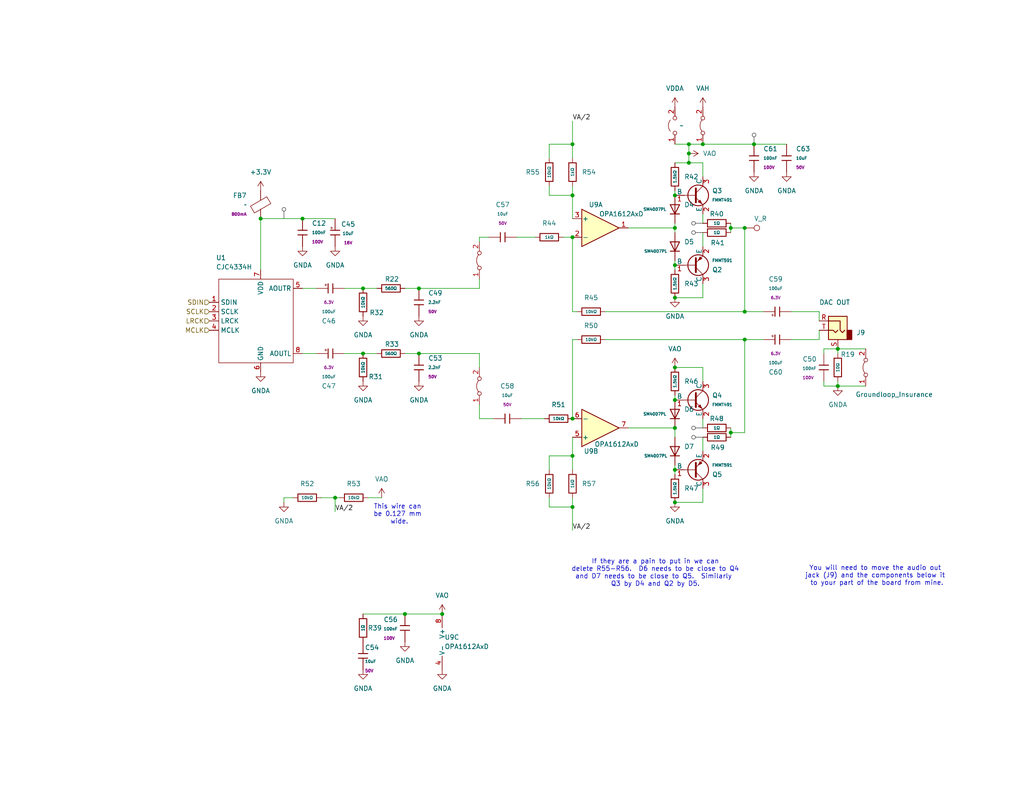
<source format=kicad_sch>
(kicad_sch (version 20250114) (generator "eeschema") (generator_version "9.0")
  (paper "A")
  (text "If they are a pain to put in we can\ndelete R55-R56.  D6 needs to be close to Q4\nand D7 needs to be close to Q5.  Similarly \nQ3 by D4 and Q2 by D5." (at 178.816 156.464 0) (effects (font (size 1.27 1.27))))
  (text "This wire can \nbe 0.127 mm \nwide." (at 108.966 140.462 0) (effects (font (size 1.27 1.27))))
  (text "You will need to move the audio out \njack (J9) and the components below it \nto your part of the board from mine." (at 239.268 157.226 0) (effects (font (size 1.27 1.27))))
  (junction (at 205.74 39.37))
  (junction (at 184.15 72.39))
  (junction (at 156.21 64.77))
  (junction (at 184.15 81.28))
  (junction (at 156.21 138.43))
  (junction (at 156.21 53.34))
  (junction (at 199.39 62.23))
  (junction (at 71.12 59.69))
  (junction (at 91.44 135.89))
  (junction (at 184.15 62.23))
  (junction (at 187.96 41.91))
  (junction (at 228.6 95.25))
  (junction (at 99.06 78.74))
  (junction (at 120.65 167.64))
  (junction (at 114.3 96.52))
  (junction (at 184.15 116.84))
  (junction (at 184.15 128.27))
  (junction (at 203.2 85.09))
  (junction (at 156.21 39.37))
  (junction (at 82.55 59.69))
  (junction (at 99.06 96.52))
  (junction (at 187.96 44.45))
  (junction (at 199.39 118.11))
  (junction (at 110.49 167.64))
  (junction (at 156.21 114.3))
  (junction (at 184.15 109.22))
  (junction (at 114.3 78.74))
  (junction (at 203.2 92.71))
  (junction (at 184.15 100.33))
  (junction (at 191.77 39.37))
  (junction (at 203.2 62.23))
  (junction (at 184.15 53.34))
  (junction (at 184.15 137.16))
  (junction (at 228.6 105.41))
  (junction (at 156.21 124.46))
  (junction (at 187.96 39.37))
  (wire (pts (xy 165.1 92.71) (xy 203.2 92.71)))
  (wire (pts (xy 110.49 167.64) (xy 120.65 167.64)))
  (wire (pts (xy 191.77 104.14) (xy 191.77 100.33)))
  (wire (pts (xy 187.96 44.45) (xy 184.15 44.45)))
  (wire (pts (xy 199.39 118.11) (xy 199.39 119.38)))
  (wire (pts (xy 156.21 124.46) (xy 156.21 128.27)))
  (wire (pts (xy 191.77 48.26) (xy 191.77 44.45)))
  (wire (pts (xy 184.15 128.27) (xy 184.15 129.54)))
  (wire (pts (xy 156.21 39.37) (xy 156.21 43.18)))
  (wire (pts (xy 184.15 71.12) (xy 184.15 72.39)))
  (wire (pts (xy 149.86 43.18) (xy 149.86 39.37)))
  (wire (pts (xy 110.49 96.52) (xy 114.3 96.52)))
  (wire (pts (xy 130.81 78.74) (xy 130.81 76.2)))
  (wire (pts (xy 191.77 81.28) (xy 184.15 81.28)))
  (wire (pts (xy 82.55 78.74) (xy 86.36 78.74)))
  (wire (pts (xy 215.9 92.71) (xy 223.52 92.71)))
  (wire (pts (xy 93.98 96.52) (xy 99.06 96.52)))
  (wire (pts (xy 199.39 116.84) (xy 199.39 118.11)))
  (wire (pts (xy 224.79 95.25) (xy 228.6 95.25)))
  (wire (pts (xy 203.2 85.09) (xy 203.2 62.23)))
  (wire (pts (xy 184.15 127) (xy 184.15 128.27)))
  (wire (pts (xy 130.81 96.52) (xy 130.81 100.33)))
  (wire (pts (xy 77.47 135.89) (xy 77.47 137.16)))
  (wire (pts (xy 114.3 78.74) (xy 130.81 78.74)))
  (wire (pts (xy 215.9 85.09) (xy 223.52 85.09)))
  (wire (pts (xy 191.77 119.38) (xy 191.77 123.19)))
  (wire (pts (xy 130.81 110.49) (xy 130.81 114.3)))
  (wire (pts (xy 199.39 62.23) (xy 199.39 63.5)))
  (wire (pts (xy 93.98 78.74) (xy 99.06 78.74)))
  (wire (pts (xy 91.44 135.89) (xy 87.63 135.89)))
  (wire (pts (xy 91.44 135.89) (xy 92.71 135.89)))
  (wire (pts (xy 191.77 77.47) (xy 191.77 81.28)))
  (wire (pts (xy 149.86 39.37) (xy 156.21 39.37)))
  (wire (pts (xy 191.77 63.5) (xy 191.77 67.31)))
  (wire (pts (xy 149.86 135.89) (xy 149.86 138.43)))
  (wire (pts (xy 224.79 96.52) (xy 224.79 95.25)))
  (wire (pts (xy 184.15 62.23) (xy 184.15 63.5)))
  (wire (pts (xy 114.3 96.52) (xy 130.81 96.52)))
  (wire (pts (xy 223.52 85.09) (xy 223.52 87.63)))
  (wire (pts (xy 130.81 64.77) (xy 133.35 64.77)))
  (wire (pts (xy 156.21 53.34) (xy 156.21 59.69)))
  (wire (pts (xy 130.81 66.04) (xy 130.81 64.77)))
  (wire (pts (xy 236.22 95.25) (xy 228.6 95.25)))
  (wire (pts (xy 99.06 78.74) (xy 102.87 78.74)))
  (wire (pts (xy 91.44 139.7) (xy 91.44 135.89)))
  (wire (pts (xy 184.15 52.07) (xy 184.15 53.34)))
  (wire (pts (xy 165.1 85.09) (xy 203.2 85.09)))
  (wire (pts (xy 99.06 167.64) (xy 110.49 167.64)))
  (wire (pts (xy 156.21 135.89) (xy 156.21 138.43)))
  (wire (pts (xy 184.15 107.95) (xy 184.15 109.22)))
  (wire (pts (xy 77.47 135.89) (xy 80.01 135.89)))
  (wire (pts (xy 156.21 119.38) (xy 156.21 124.46)))
  (wire (pts (xy 99.06 96.52) (xy 102.87 96.52)))
  (wire (pts (xy 191.77 60.96) (xy 191.77 58.42)))
  (wire (pts (xy 203.2 62.23) (xy 199.39 62.23)))
  (wire (pts (xy 187.96 39.37) (xy 187.96 41.91)))
  (wire (pts (xy 149.86 124.46) (xy 156.21 124.46)))
  (wire (pts (xy 184.15 39.37) (xy 187.96 39.37)))
  (wire (pts (xy 156.21 138.43) (xy 156.21 144.78)))
  (wire (pts (xy 82.55 59.69) (xy 91.44 59.69)))
  (wire (pts (xy 205.74 39.37) (xy 214.63 39.37)))
  (wire (pts (xy 156.21 92.71) (xy 156.21 114.3)))
  (wire (pts (xy 149.86 50.8) (xy 149.86 53.34)))
  (wire (pts (xy 156.21 64.77) (xy 156.21 85.09)))
  (wire (pts (xy 203.2 92.71) (xy 208.28 92.71)))
  (wire (pts (xy 156.21 50.8) (xy 156.21 53.34)))
  (wire (pts (xy 142.24 114.3) (xy 148.59 114.3)))
  (wire (pts (xy 184.15 116.84) (xy 184.15 119.38)))
  (wire (pts (xy 203.2 85.09) (xy 208.28 85.09)))
  (wire (pts (xy 191.77 44.45) (xy 187.96 44.45)))
  (wire (pts (xy 228.6 105.41) (xy 236.22 105.41)))
  (wire (pts (xy 110.49 78.74) (xy 114.3 78.74)))
  (wire (pts (xy 224.79 105.41) (xy 228.6 105.41)))
  (wire (pts (xy 156.21 33.02) (xy 156.21 39.37)))
  (wire (pts (xy 130.81 114.3) (xy 134.62 114.3)))
  (wire (pts (xy 171.45 116.84) (xy 184.15 116.84)))
  (wire (pts (xy 199.39 60.96) (xy 199.39 62.23)))
  (wire (pts (xy 184.15 60.96) (xy 184.15 62.23)))
  (wire (pts (xy 153.67 64.77) (xy 156.21 64.77)))
  (wire (pts (xy 149.86 53.34) (xy 156.21 53.34)))
  (wire (pts (xy 71.12 59.69) (xy 71.12 73.66)))
  (wire (pts (xy 82.55 96.52) (xy 86.36 96.52)))
  (wire (pts (xy 223.52 92.71) (xy 223.52 90.17)))
  (wire (pts (xy 191.77 39.37) (xy 205.74 39.37)))
  (wire (pts (xy 100.33 135.89) (xy 104.14 135.89)))
  (wire (pts (xy 191.77 133.35) (xy 191.77 137.16)))
  (wire (pts (xy 157.48 92.71) (xy 156.21 92.71)))
  (wire (pts (xy 187.96 39.37) (xy 191.77 39.37)))
  (wire (pts (xy 149.86 128.27) (xy 149.86 124.46)))
  (wire (pts (xy 191.77 137.16) (xy 184.15 137.16)))
  (wire (pts (xy 191.77 116.84) (xy 191.77 114.3)))
  (wire (pts (xy 187.96 41.91) (xy 187.96 44.45)))
  (wire (pts (xy 203.2 92.71) (xy 203.2 118.11)))
  (wire (pts (xy 228.6 104.14) (xy 228.6 105.41)))
  (wire (pts (xy 191.77 100.33) (xy 184.15 100.33)))
  (wire (pts (xy 71.12 59.69) (xy 82.55 59.69)))
  (wire (pts (xy 184.15 72.39) (xy 184.15 73.66)))
  (wire (pts (xy 157.48 85.09) (xy 156.21 85.09)))
  (wire (pts (xy 140.97 64.77) (xy 146.05 64.77)))
  (wire (pts (xy 228.6 96.52) (xy 228.6 95.25)))
  (wire (pts (xy 171.45 62.23) (xy 184.15 62.23)))
  (wire (pts (xy 224.79 104.14) (xy 224.79 105.41)))
  (wire (pts (xy 203.2 118.11) (xy 199.39 118.11)))
  (wire (pts (xy 149.86 138.43) (xy 156.21 138.43)))
  (label "VA{slash}2" (at 91.44 139.7 0))
  (label "VA{slash}2" (at 156.21 144.78 0))
  (label "VA{slash}2" (at 156.21 33.02 0))
  (hierarchical_label "MCLK" (shape input) (at 57.15 90.17 180))
  (hierarchical_label "LRCK" (shape input) (at 57.15 87.63 180))
  (hierarchical_label "SDIN" (shape input) (at 57.15 82.55 180))
  (hierarchical_label "SCLK" (shape input) (at 57.15 85.09 180))
  (netclass_flag "" (length 2.54) (shape round) (at 191.77 63.5 90) (property "Netclass" "5V0" (effects (hide yes))))
  (netclass_flag "" (length 2.54) (shape round) (at 205.74 39.37 0) (property "Netclass" "5V0" (effects (hide yes))))
  (netclass_flag "" (length 2.54) (shape round) (at 191.77 119.38 90) (property "Netclass" "5V0" (effects (hide yes))))
  (netclass_flag "" (length 2.54) (shape round) (at 191.77 60.96 90) (property "Netclass" "5V0" (effects (hide yes))))
  (netclass_flag "" (length 2.54) (shape round) (at 191.77 116.84 90) (property "Netclass" "5V0" (effects (hide yes))))
  (netclass_flag "" (length 2.54) (shape round) (at 77.47 59.69 0) (property "Netclass" "1V1" (effects (hide yes))))
  (symbol (lib_id "PCM_JLCPCB-Capacitors:0805,10uF,(2)") (at 214.63 43.18 0) (unit 1)
    (property "Reference" "C63" (at 217.17 40.6399 0) (effects (justify left)))
    (property "Value" "10uF" (at 217.17 43.18 0) (effects (font (size 0.8 0.8)) (justify left)))
    (property "Footprint" "PCM_JLCPCB:C_0805" (effects (hide yes)))
    (property "Datasheet" "https://www.lcsc.com/datasheet/lcsc_datasheet_2411041759_Murata-Electronics-GRM21BR61H106KE43L_C440198.pdf" (effects (hide yes)))
    (property "Description" "50V 10uF X5R ±10% 0805 Multilayer Ceramic Capacitors MLCC - SMD/SMT ROHS" (effects (hide yes)))
    (property "LCSC" "C440198" (effects (hide yes)))
    (property "Stock" "1422246" (effects (hide yes)))
    (property "Price" "0.066USD" (effects (hide yes)))
    (property "Process" "SMT" (effects (hide yes)))
    (property "Minimum Qty" "5" (effects (hide yes)))
    (property "Attrition Qty" "4" (effects (hide yes)))
    (property "Class" "Basic Component" (effects (hide yes)))
    (property "Category" "Capacitors,Multilayer Ceramic Capacitors MLCC - SMD/SMT" (effects (hide yes)))
    (property "Manufacturer" "Murata Electronics" (effects (hide yes)))
    (property "Part" "GRM21BR61H106KE43L" (effects (hide yes)))
    (property "Voltage Rated" "50V" (at 217.17 45.72 0) (effects (font (size 0.8 0.8)) (justify left)))
    (property "Tolerance" "±10%" (effects (hide yes)))
    (property "Capacitance" "10uF" (effects (hide yes)))
    (property "Temperature Coefficient" "X5R" (effects (hide yes)))
  )
  (symbol (lib_id "PCM_JLCPCB-Capacitors:CASE-B-3528-21(mm),100uF") (at 212.09 92.71 90) (mirror x) (unit 1)
    (property "Reference" "C60" (at 211.6455 101.6 90))
    (property "Value" "100uF" (at 211.6455 99.06 90) (effects (font (size 0.8 0.8))))
    (property "Footprint" "PCM_JLCPCB:C_CASE-B-3528-21(mm)" (effects (hide yes)))
    (property "Datasheet" "https://www.lcsc.com/datasheet/lcsc_datasheet_2111161030_Kyocera-AVX-TAJB107K006RNJ_C16133.pdf" (effects (hide yes)))
    (property "Description" "100uF 6.3V 1.7Ω@100kHz ±10% CASE-B-3528-21(mm) Tantalum Capacitors ROHS" (effects (hide yes)))
    (property "LCSC" "C16133" (effects (hide yes)))
    (property "Stock" "294947" (effects (hide yes)))
    (property "Price" "0.161USD" (effects (hide yes)))
    (property "Process" "SMT" (effects (hide yes)))
    (property "Minimum Qty" "5" (effects (hide yes)))
    (property "Attrition Qty" "2" (effects (hide yes)))
    (property "Class" "Basic Component" (effects (hide yes)))
    (property "Category" "Capacitors,Tantalum Capacitors" (effects (hide yes)))
    (property "Manufacturer" "AVX" (effects (hide yes)))
    (property "Part" "TAJB107K006RNJ" (effects (hide yes)))
    (property "Operating Temperature" "-55°C~+125°C" (effects (hide yes)))
    (property "Equivalent Series Resistance(ESR)" "1.7Ω@100kHz" (effects (hide yes)))
    (property "Tolerance" "±10%" (effects (hide yes)))
    (property "Capacitance" "100uF" (effects (hide yes)))
    (property "Rated Voltage" "6.3V" (at 211.6455 96.52 90) (effects (font (size 0.8 0.8))))
  )
  (symbol (lib_id "Jumper:Jumper_2_Open") (at 184.15 34.29 90) (unit 1)
    (property "Reference" "JP3" (effects (hide yes)))
    (property "Value" "~" (at 185.42 34.2899 90) (effects (justify right)))
    (property "Footprint" "Jumper:SolderJumper-2_P1.3mm_Open_RoundedPad1.0x1.5mm" (effects (hide yes)))
  )
  (symbol (lib_id "PCM_JLCPCB-Resistors:0805,1Ω") (at 195.58 119.38 90) (unit 1)
    (property "Reference" "R49" (at 195.834 122.174 90))
    (property "Value" "1Ω" (at 195.58 119.38 90) (effects (font (size 0.8 0.8))))
    (property "Footprint" "PCM_JLCPCB:R_0805" (effects (hide yes)))
    (property "Datasheet" "https://www.lcsc.com/datasheet/lcsc_datasheet_2205311845_UNI-ROYAL-Uniroyal-Elec-0805W8F100KT5E_C25271.pdf" (effects (hide yes)))
    (property "Description" "125mW Thick Film Resistors 150V ±1% ±400ppm/°C 1Ω 0805 Chip Resistor - Surface Mount ROHS" (effects (hide yes)))
    (property "LCSC" "C25271" (effects (hide yes)))
    (property "Stock" "413540" (effects (hide yes)))
    (property "Price" "0.006USD" (effects (hide yes)))
    (property "Process" "SMT" (effects (hide yes)))
    (property "Minimum Qty" "20" (effects (hide yes)))
    (property "Attrition Qty" "10" (effects (hide yes)))
    (property "Class" "Basic Component" (effects (hide yes)))
    (property "Category" "Resistors,Chip Resistor - Surface Mount" (effects (hide yes)))
    (property "Manufacturer" "UNI-ROYAL(Uniroyal Elec)" (effects (hide yes)))
    (property "Part" "0805W8F100KT5E" (effects (hide yes)))
    (property "Resistance" "1Ω" (effects (hide yes)))
    (property "Power(Watts)" "125mW" (effects (hide yes)))
    (property "Type" "Thick Film Resistors" (effects (hide yes)))
    (property "Overload Voltage (Max)" "150V" (effects (hide yes)))
    (property "Operating Temperature Range" "-55°C~+155°C" (effects (hide yes)))
    (property "Tolerance" "±1%" (effects (hide yes)))
    (property "Temperature Coefficient" "±400ppm/°C" (effects (hide yes)))
  )
  (symbol (lib_name "Jumper_2_Bridged_1") (lib_id "Jumper:Jumper_2_Bridged") (at 236.22 100.33 90) (unit 1)
    (property "Reference" "e3" (effects (hide yes)))
    (property "Value" "Groundloop_Insurance" (at 233.426 107.696 90) (effects (justify right)))
    (property "Footprint" "Jumper:SolderJumper-2_P1.3mm_Bridged_RoundedPad1.0x1.5mm" (effects (hide yes)))
    (property "Description" "Jumper, 2-pole, closed/bridged" (effects (hide yes)))
  )
  (symbol (lib_id "PCM_JLCPCB-Resistors:0805,1kΩ") (at 149.86 64.77 270) (unit 1)
    (property "Reference" "R44" (at 149.86 60.96 90))
    (property "Value" "1kΩ" (at 149.86 64.77 90) (effects (font (size 0.8 0.8))))
    (property "Footprint" "PCM_JLCPCB:R_0805" (effects (hide yes)))
    (property "Datasheet" "https://www.lcsc.com/datasheet/lcsc_datasheet_2205311800_UNI-ROYAL-Uniroyal-Elec-0805W8F1001T5E_C17513.pdf" (effects (hide yes)))
    (property "Description" "125mW Thick Film Resistors 150V ±100ppm/°C ±1% 1kΩ 0805 Chip Resistor - Surface Mount ROHS" (effects (hide yes)))
    (property "LCSC" "C17513" (effects (hide yes)))
    (property "Stock" "7431283" (effects (hide yes)))
    (property "Price" "0.005USD" (effects (hide yes)))
    (property "Process" "SMT" (effects (hide yes)))
    (property "Minimum Qty" "20" (effects (hide yes)))
    (property "Attrition Qty" "10" (effects (hide yes)))
    (property "Class" "Basic Component" (effects (hide yes)))
    (property "Category" "Resistors,Chip Resistor - Surface Mount" (effects (hide yes)))
    (property "Manufacturer" "UNI-ROYAL(Uniroyal Elec)" (effects (hide yes)))
    (property "Part" "0805W8F1001T5E" (effects (hide yes)))
    (property "Resistance" "1kΩ" (effects (hide yes)))
    (property "Power(Watts)" "125mW" (effects (hide yes)))
    (property "Type" "Thick Film Resistors" (effects (hide yes)))
    (property "Overload Voltage (Max)" "150V" (effects (hide yes)))
    (property "Operating Temperature Range" "-55°C~+155°C" (effects (hide yes)))
    (property "Tolerance" "±1%" (effects (hide yes)))
    (property "Temperature Coefficient" "±100ppm/°C" (effects (hide yes)))
  )
  (symbol (lib_id "power:GNDA") (at 99.06 86.36 0) (unit 1)
    (property "Reference" "#PWR077" (effects (hide yes)))
    (property "Value" "GNDA" (at 99.06 91.44 0))
  )
  (symbol (lib_id "power:VDDA") (at 104.14 135.89 0) (unit 1)
    (property "Reference" "#PWR092" (effects (hide yes)))
    (property "Value" "VAO" (at 104.14 130.81 0))
  )
  (symbol (lib_id "PCM_JLCPCB-Capacitors:0805,100nF") (at 224.79 100.33 180) (unit 1)
    (property "Reference" "C50" (at 218.948 98.0439 0) (effects (justify right)))
    (property "Value" "100nF" (at 218.948 100.584 0) (effects (font (size 0.8 0.8)) (justify right)))
    (property "Footprint" "PCM_JLCPCB:C_0805" (effects (hide yes)))
    (property "Datasheet" "https://www.lcsc.com/datasheet/lcsc_datasheet_2304140030_Samsung-Electro-Mechanics-CL21B104KCFNNNE_C28233.pdf" (effects (hide yes)))
    (property "Description" "100V 100nF X7R ±10% 0805 Multilayer Ceramic Capacitors MLCC - SMD/SMT ROHS" (effects (hide yes)))
    (property "LCSC" "C28233" (effects (hide yes)))
    (property "Stock" "1168020" (effects (hide yes)))
    (property "Price" "0.009USD" (effects (hide yes)))
    (property "Process" "SMT" (effects (hide yes)))
    (property "Minimum Qty" "20" (effects (hide yes)))
    (property "Attrition Qty" "10" (effects (hide yes)))
    (property "Class" "Basic Component" (effects (hide yes)))
    (property "Category" "Capacitors,Multilayer Ceramic Capacitors MLCC - SMD/SMT" (effects (hide yes)))
    (property "Manufacturer" "Samsung Electro-Mechanics" (effects (hide yes)))
    (property "Part" "CL21B104KCFNNNE" (effects (hide yes)))
    (property "Voltage Rated" "100V" (at 218.948 103.124 0) (effects (font (size 0.8 0.8)) (justify right)))
    (property "Tolerance" "±10%" (effects (hide yes)))
    (property "Capacitance" "100nF" (effects (hide yes)))
    (property "Temperature Coefficient" "X7R" (effects (hide yes)))
  )
  (symbol (lib_id "Connector_Audio:AudioJack2_Ground") (at 228.6 90.17 0) (mirror y) (unit 1)
    (property "Reference" "J9" (at 233.68 90.805 0) (effects (justify right)))
    (property "Value" "DAC OUT" (at 223.52 82.55 0) (effects (justify right)))
    (property "Footprint" "Intro_to_CAD:Jack_3.5mm_CUI_SJ-3523-SMT_Horizontal" (effects (hide yes)))
    (property "Datasheet" "https://www.lcsc.com/datasheet/lcsc_datasheet_1811132022_BOOMELE-Boom-Precision-Elec-PJ-320B_C18594.pdf" (effects (hide yes)))
    (property "LCSC" "C18594" (effects (hide yes)))
  )
  (symbol (lib_id "power:GNDA") (at 114.3 104.14 0) (unit 1)
    (property "Reference" "#PWR045" (effects (hide yes)))
    (property "Value" "GNDA" (at 114.3 109.22 0))
  )
  (symbol (lib_id "Amplifier_Operational:OPA1612AxD") (at 163.83 62.23 0) (unit 1)
    (property "Reference" "U9" (at 162.56 55.88 0))
    (property "Value" "OPA1612AxD" (at 169.545 58.42 0))
    (property "Footprint" "Package_SO:SOIC-8_3.9x4.9mm_P1.27mm" (effects (hide yes)))
    (property "Datasheet" "http://www.ti.com/lit/ds/symlink/opa1612.pdf" (effects (hide yes)))
    (property "Description" "Dual SoundPlus High Performance, Bipolar-Input Audio Operational Amplifiers, SOIC-8" (effects (hide yes)))
    (property "LCSC" "C94590" (effects (hide yes)))
    (property "JLC" "Extended" (effects (hide yes)))
    (property "JLCPCB Rotation Offset" "-90" (effects (hide yes)))
  )
  (symbol (lib_id "power:GNDA") (at 71.12 101.6 0) (unit 1)
    (property "Reference" "#PWR071" (effects (hide yes)))
    (property "Value" "GNDA" (at 71.12 106.68 0))
  )
  (symbol (lib_id "PCM_JLCPCB-Capacitors:0805,10uF,(2)") (at 138.43 114.3 90) (unit 1)
    (property "Reference" "C58" (at 138.43 105.41 90))
    (property "Value" "10uF" (at 138.43 107.95 90) (effects (font (size 0.8 0.8))))
    (property "Footprint" "PCM_JLCPCB:C_0805" (effects (hide yes)))
    (property "Datasheet" "https://www.lcsc.com/datasheet/lcsc_datasheet_2411041759_Murata-Electronics-GRM21BR61H106KE43L_C440198.pdf" (effects (hide yes)))
    (property "Description" "50V 10uF X5R ±10% 0805 Multilayer Ceramic Capacitors MLCC - SMD/SMT ROHS" (effects (hide yes)))
    (property "LCSC" "C440198" (effects (hide yes)))
    (property "Stock" "1422246" (effects (hide yes)))
    (property "Price" "0.066USD" (effects (hide yes)))
    (property "Process" "SMT" (effects (hide yes)))
    (property "Minimum Qty" "5" (effects (hide yes)))
    (property "Attrition Qty" "4" (effects (hide yes)))
    (property "Class" "Basic Component" (effects (hide yes)))
    (property "Category" "Capacitors,Multilayer Ceramic Capacitors MLCC - SMD/SMT" (effects (hide yes)))
    (property "Manufacturer" "Murata Electronics" (effects (hide yes)))
    (property "Part" "GRM21BR61H106KE43L" (effects (hide yes)))
    (property "Voltage Rated" "50V" (at 138.43 110.49 90) (effects (font (size 0.8 0.8))))
    (property "Tolerance" "±10%" (effects (hide yes)))
    (property "Capacitance" "10uF" (effects (hide yes)))
    (property "Temperature Coefficient" "X5R" (effects (hide yes)))
  )
  (symbol (lib_id "power:GNDA") (at 99.06 182.88 0) (unit 1)
    (property "Reference" "#PWR083" (effects (hide yes)))
    (property "Value" "GNDA" (at 99.06 187.96 0))
  )
  (symbol (lib_id "power:GNDA") (at 82.55 67.31 0) (unit 1)
    (property "Reference" "#PWR073" (effects (hide yes)))
    (property "Value" "GNDA" (at 82.55 72.39 0))
  )
  (symbol (lib_id "power:GNDA") (at 214.63 46.99 0) (unit 1)
    (property "Reference" "#PWR097" (effects (hide yes)))
    (property "Value" "GNDA" (at 214.63 52.07 0))
  )
  (symbol (lib_id "power:GNDA") (at 184.15 137.16 0) (unit 1)
    (property "Reference" "#PWR090" (effects (hide yes)))
    (property "Value" "GNDA" (at 184.15 142.24 0))
  )
  (symbol (lib_id "PCM_JLCPCB-Resistors:0805,10kΩ") (at 83.82 135.89 90) (unit 1)
    (property "Reference" "R52" (at 83.82 132.08 90))
    (property "Value" "10kΩ" (at 83.82 135.89 90) (effects (font (size 0.8 0.8))))
    (property "Footprint" "PCM_JLCPCB:R_0805" (effects (hide yes)))
    (property "Datasheet" "https://www.lcsc.com/datasheet/lcsc_datasheet_2411221126_UNI-ROYAL-Uniroyal-Elec-0805W8F1002T5E_C17414.pdf" (effects (hide yes)))
    (property "Description" "125mW Thick Film Resistors 150V ±100ppm/°C ±1% 10kΩ 0805 Chip Resistor - Surface Mount ROHS" (effects (hide yes)))
    (property "LCSC" "C17414" (effects (hide yes)))
    (property "Stock" "12301172" (effects (hide yes)))
    (property "Price" "0.005USD" (effects (hide yes)))
    (property "Process" "SMT" (effects (hide yes)))
    (property "Minimum Qty" "20" (effects (hide yes)))
    (property "Attrition Qty" "10" (effects (hide yes)))
    (property "Class" "Basic Component" (effects (hide yes)))
    (property "Category" "Resistors,Chip Resistor - Surface Mount" (effects (hide yes)))
    (property "Manufacturer" "UNI-ROYAL(Uniroyal Elec)" (effects (hide yes)))
    (property "Part" "0805W8F1002T5E" (effects (hide yes)))
    (property "Resistance" "10kΩ" (effects (hide yes)))
    (property "Power(Watts)" "125mW" (effects (hide yes)))
    (property "Type" "Thick Film Resistors" (effects (hide yes)))
    (property "Overload Voltage (Max)" "150V" (effects (hide yes)))
    (property "Operating Temperature Range" "-55°C~+155°C" (effects (hide yes)))
    (property "Tolerance" "±1%" (effects (hide yes)))
    (property "Temperature Coefficient" "±100ppm/°C" (effects (hide yes)))
  )
  (symbol (lib_name "Jumper_2_Bridged_1") (lib_id "Jumper:Jumper_2_Bridged") (at 130.81 105.41 90) (unit 1)
    (property "Reference" "e7" (effects (hide yes)))
    (property "Footprint" "Jumper:SolderJumper-2_P1.3mm_Bridged_RoundedPad1.0x1.5mm" (effects (hide yes)))
    (property "Description" "Jumper, 2-pole, closed/bridged" (effects (hide yes)))
  )
  (symbol (lib_id "PCM_JLCPCB-Resistors:0805,1.5kΩ") (at 184.15 77.47 0) (unit 1)
    (property "Reference" "R43" (at 186.69 77.4699 0) (effects (justify left)))
    (property "Value" "1.5kΩ" (at 184.15 77.47 90) (effects (font (size 0.8 0.8))))
    (property "Footprint" "PCM_JLCPCB:R_0805" (effects (hide yes)))
    (property "Datasheet" "https://www.lcsc.com/datasheet/lcsc_datasheet_2206010216_UNI-ROYAL-Uniroyal-Elec-0805W8F1501T5E_C4310.pdf" (effects (hide yes)))
    (property "Description" "125mW Thick Film Resistors 150V ±100ppm/°C ±1% 1.5kΩ 0805 Chip Resistor - Surface Mount ROHS" (effects (hide yes)))
    (property "LCSC" "C4310" (effects (hide yes)))
    (property "Stock" "447558" (effects (hide yes)))
    (property "Price" "0.005USD" (effects (hide yes)))
    (property "Process" "SMT" (effects (hide yes)))
    (property "Minimum Qty" "20" (effects (hide yes)))
    (property "Attrition Qty" "10" (effects (hide yes)))
    (property "Class" "Basic Component" (effects (hide yes)))
    (property "Category" "Resistors,Chip Resistor - Surface Mount" (effects (hide yes)))
    (property "Manufacturer" "UNI-ROYAL(Uniroyal Elec)" (effects (hide yes)))
    (property "Part" "0805W8F1501T5E" (effects (hide yes)))
    (property "Resistance" "1.5kΩ" (effects (hide yes)))
    (property "Power(Watts)" "125mW" (effects (hide yes)))
    (property "Type" "Thick Film Resistors" (effects (hide yes)))
    (property "Overload Voltage (Max)" "150V" (effects (hide yes)))
    (property "Operating Temperature Range" "-55°C~+155°C" (effects (hide yes)))
    (property "Tolerance" "±1%" (effects (hide yes)))
    (property "Temperature Coefficient" "±100ppm/°C" (effects (hide yes)))
  )
  (symbol (lib_id "PCM_JLCPCB-Capacitors:CASE-B-3528-21(mm),100uF") (at 90.17 96.52 90) (mirror x) (unit 1)
    (property "Reference" "C47" (at 89.7255 105.41 90))
    (property "Value" "100uF" (at 89.7255 102.87 90) (effects (font (size 0.8 0.8))))
    (property "Footprint" "PCM_JLCPCB:C_CASE-B-3528-21(mm)" (effects (hide yes)))
    (property "Datasheet" "https://www.lcsc.com/datasheet/lcsc_datasheet_2111161030_Kyocera-AVX-TAJB107K006RNJ_C16133.pdf" (effects (hide yes)))
    (property "Description" "100uF 6.3V 1.7Ω@100kHz ±10% CASE-B-3528-21(mm) Tantalum Capacitors ROHS" (effects (hide yes)))
    (property "LCSC" "C16133" (effects (hide yes)))
    (property "Stock" "294947" (effects (hide yes)))
    (property "Price" "0.161USD" (effects (hide yes)))
    (property "Process" "SMT" (effects (hide yes)))
    (property "Minimum Qty" "5" (effects (hide yes)))
    (property "Attrition Qty" "2" (effects (hide yes)))
    (property "Class" "Basic Component" (effects (hide yes)))
    (property "Category" "Capacitors,Tantalum Capacitors" (effects (hide yes)))
    (property "Manufacturer" "AVX" (effects (hide yes)))
    (property "Part" "TAJB107K006RNJ" (effects (hide yes)))
    (property "Operating Temperature" "-55°C~+125°C" (effects (hide yes)))
    (property "Equivalent Series Resistance(ESR)" "1.7Ω@100kHz" (effects (hide yes)))
    (property "Tolerance" "±10%" (effects (hide yes)))
    (property "Capacitance" "100uF" (effects (hide yes)))
    (property "Rated Voltage" "6.3V" (at 89.7255 100.33 90) (effects (font (size 0.8 0.8))))
  )
  (symbol (lib_id "power:GNDA") (at 91.44 67.31 0) (unit 1)
    (property "Reference" "#PWR074" (effects (hide yes)))
    (property "Value" "GNDA" (at 91.44 72.39 0))
  )
  (symbol (lib_id "PCM_JLCPCB-Resistors:0805,10kΩ") (at 96.52 135.89 90) (unit 1)
    (property "Reference" "R53" (at 96.52 132.08 90))
    (property "Value" "10kΩ" (at 96.52 135.89 90) (effects (font (size 0.8 0.8))))
    (property "Footprint" "PCM_JLCPCB:R_0805" (effects (hide yes)))
    (property "Datasheet" "https://www.lcsc.com/datasheet/lcsc_datasheet_2411221126_UNI-ROYAL-Uniroyal-Elec-0805W8F1002T5E_C17414.pdf" (effects (hide yes)))
    (property "Description" "125mW Thick Film Resistors 150V ±100ppm/°C ±1% 10kΩ 0805 Chip Resistor - Surface Mount ROHS" (effects (hide yes)))
    (property "LCSC" "C17414" (effects (hide yes)))
    (property "Stock" "12301172" (effects (hide yes)))
    (property "Price" "0.005USD" (effects (hide yes)))
    (property "Process" "SMT" (effects (hide yes)))
    (property "Minimum Qty" "20" (effects (hide yes)))
    (property "Attrition Qty" "10" (effects (hide yes)))
    (property "Class" "Basic Component" (effects (hide yes)))
    (property "Category" "Resistors,Chip Resistor - Surface Mount" (effects (hide yes)))
    (property "Manufacturer" "UNI-ROYAL(Uniroyal Elec)" (effects (hide yes)))
    (property "Part" "0805W8F1002T5E" (effects (hide yes)))
    (property "Resistance" "10kΩ" (effects (hide yes)))
    (property "Power(Watts)" "125mW" (effects (hide yes)))
    (property "Type" "Thick Film Resistors" (effects (hide yes)))
    (property "Overload Voltage (Max)" "150V" (effects (hide yes)))
    (property "Operating Temperature Range" "-55°C~+155°C" (effects (hide yes)))
    (property "Tolerance" "±1%" (effects (hide yes)))
    (property "Temperature Coefficient" "±100ppm/°C" (effects (hide yes)))
  )
  (symbol (lib_id "PCM_JLCPCB-Diodes:General,SM4007PL") (at 184.15 113.03 0) (unit 1)
    (property "Reference" "D6" (at 186.69 111.7599 0) (effects (justify left)))
    (property "Value" "SM4007PL" (at 175.514 113.03 0) (effects (font (size 0.8 0.8)) (justify left)))
    (property "Footprint" "PCM_JLCPCB:D_SOD-123FL" (effects (hide yes)))
    (property "Datasheet" "https://www.lcsc.com/datasheet/lcsc_datasheet_2407101127_MDD-Microdiode-Semiconductor-SM4007PL_C64898.pdf" (effects (hide yes)))
    (property "Description" "1A Independent Type 1kV 1.1V@1A SOD-123FL Diodes - General Purpose ROHS" (effects (hide yes)))
    (property "LCSC" "C64898" (effects (hide yes)))
    (property "Stock" "1102945" (effects (hide yes)))
    (property "Price" "0.009USD" (effects (hide yes)))
    (property "Process" "SMT" (effects (hide yes)))
    (property "Minimum Qty" "20" (effects (hide yes)))
    (property "Attrition Qty" "10" (effects (hide yes)))
    (property "Class" "Basic Component" (effects (hide yes)))
    (property "Category" "Diodes,Diodes - General Purpose" (effects (hide yes)))
    (property "Manufacturer" "MDD（Microdiode Electronics）" (effects (hide yes)))
    (property "Part" "SM4007PL" (effects (hide yes)))
    (property "Rectified Current" "1A" (effects (hide yes)))
    (property "Forward Voltage (Vf@If)" "1.1V@1A" (effects (hide yes)))
    (property "Reverse Voltage (Vr)" "1kV" (effects (hide yes)))
    (property "Diode Configuration" "Independent Type" (effects (hide yes)))
    (property "Reverse Leakage Current" "10uA@1kV" (effects (hide yes)))
  )
  (symbol (lib_id "PCM_JLCPCB-Resistors:0805,1Ω") (at 99.06 171.45 0) (unit 1)
    (property "Reference" "R39" (at 100.33 171.45 0) (effects (justify left)))
    (property "Value" "1Ω" (at 99.06 171.45 90) (effects (font (size 0.8 0.8))))
    (property "Footprint" "PCM_JLCPCB:R_0805" (effects (hide yes)))
    (property "Datasheet" "https://www.lcsc.com/datasheet/lcsc_datasheet_2205311845_UNI-ROYAL-Uniroyal-Elec-0805W8F100KT5E_C25271.pdf" (effects (hide yes)))
    (property "Description" "125mW Thick Film Resistors 150V ±1% ±400ppm/°C 1Ω 0805 Chip Resistor - Surface Mount ROHS" (effects (hide yes)))
    (property "LCSC" "C25271" (effects (hide yes)))
    (property "Stock" "413540" (effects (hide yes)))
    (property "Price" "0.006USD" (effects (hide yes)))
    (property "Process" "SMT" (effects (hide yes)))
    (property "Minimum Qty" "20" (effects (hide yes)))
    (property "Attrition Qty" "10" (effects (hide yes)))
    (property "Class" "Basic Component" (effects (hide yes)))
    (property "Category" "Resistors,Chip Resistor - Surface Mount" (effects (hide yes)))
    (property "Manufacturer" "UNI-ROYAL(Uniroyal Elec)" (effects (hide yes)))
    (property "Part" "0805W8F100KT5E" (effects (hide yes)))
    (property "Resistance" "1Ω" (effects (hide yes)))
    (property "Power(Watts)" "125mW" (effects (hide yes)))
    (property "Type" "Thick Film Resistors" (effects (hide yes)))
    (property "Overload Voltage (Max)" "150V" (effects (hide yes)))
    (property "Operating Temperature Range" "-55°C~+155°C" (effects (hide yes)))
    (property "Tolerance" "±1%" (effects (hide yes)))
    (property "Temperature Coefficient" "±400ppm/°C" (effects (hide yes)))
  )
  (symbol (lib_id "PCM_JLCPCB-Resistors:0805,560Ω") (at 106.68 96.52 90) (unit 1)
    (property "Reference" "R33" (at 106.934 93.98 90))
    (property "Value" "560Ω" (at 106.68 96.52 90) (effects (font (size 0.8 0.8))))
    (property "Footprint" "PCM_JLCPCB:R_0805" (effects (hide yes)))
    (property "Datasheet" "https://www.lcsc.com/datasheet/lcsc_datasheet_2206010030_UNI-ROYAL-Uniroyal-Elec-0805W8F5600T5E_C28636.pdf" (effects (hide yes)))
    (property "Description" "125mW Thick Film Resistors 150V ±100ppm/°C ±1% 560Ω 0805 Chip Resistor - Surface Mount ROHS" (effects (hide yes)))
    (property "LCSC" "C28636" (effects (hide yes)))
    (property "Stock" "185663" (effects (hide yes)))
    (property "Price" "0.005USD" (effects (hide yes)))
    (property "Process" "SMT" (effects (hide yes)))
    (property "Minimum Qty" "20" (effects (hide yes)))
    (property "Attrition Qty" "10" (effects (hide yes)))
    (property "Class" "Basic Component" (effects (hide yes)))
    (property "Category" "Resistors,Chip Resistor - Surface Mount" (effects (hide yes)))
    (property "Manufacturer" "UNI-ROYAL(Uniroyal Elec)" (effects (hide yes)))
    (property "Part" "0805W8F5600T5E" (effects (hide yes)))
    (property "Resistance" "560Ω" (effects (hide yes)))
    (property "Power(Watts)" "125mW" (effects (hide yes)))
    (property "Type" "Thick Film Resistors" (effects (hide yes)))
    (property "Overload Voltage (Max)" "150V" (effects (hide yes)))
    (property "Operating Temperature Range" "-55°C~+155°C" (effects (hide yes)))
    (property "Tolerance" "±1%" (effects (hide yes)))
    (property "Temperature Coefficient" "±100ppm/°C" (effects (hide yes)))
  )
  (symbol (lib_id "power:VDDA") (at 184.15 100.33 0) (unit 1)
    (property "Reference" "#PWR089" (effects (hide yes)))
    (property "Value" "VAO" (at 184.15 95.25 0))
  )
  (symbol (lib_id "power:GNDA") (at 110.49 175.26 0) (unit 1)
    (property "Reference" "#PWR084" (effects (hide yes)))
    (property "Value" "GNDA" (at 110.49 180.34 0))
  )
  (symbol (lib_id "PCM_JLCPCB-Diodes:General,SM4007PL") (at 184.15 123.19 0) (unit 1)
    (property "Reference" "D7" (at 186.69 121.9199 0) (effects (justify left)))
    (property "Value" "SM4007PL" (at 175.768 124.46 0) (effects (font (size 0.8 0.8)) (justify left)))
    (property "Footprint" "PCM_JLCPCB:D_SOD-123FL" (effects (hide yes)))
    (property "Datasheet" "https://www.lcsc.com/datasheet/lcsc_datasheet_2407101127_MDD-Microdiode-Semiconductor-SM4007PL_C64898.pdf" (effects (hide yes)))
    (property "Description" "1A Independent Type 1kV 1.1V@1A SOD-123FL Diodes - General Purpose ROHS" (effects (hide yes)))
    (property "LCSC" "C64898" (effects (hide yes)))
    (property "Stock" "1102945" (effects (hide yes)))
    (property "Price" "0.009USD" (effects (hide yes)))
    (property "Process" "SMT" (effects (hide yes)))
    (property "Minimum Qty" "20" (effects (hide yes)))
    (property "Attrition Qty" "10" (effects (hide yes)))
    (property "Class" "Basic Component" (effects (hide yes)))
    (property "Category" "Diodes,Diodes - General Purpose" (effects (hide yes)))
    (property "Manufacturer" "MDD（Microdiode Electronics）" (effects (hide yes)))
    (property "Part" "SM4007PL" (effects (hide yes)))
    (property "Rectified Current" "1A" (effects (hide yes)))
    (property "Forward Voltage (Vf@If)" "1.1V@1A" (effects (hide yes)))
    (property "Reverse Voltage (Vr)" "1kV" (effects (hide yes)))
    (property "Diode Configuration" "Independent Type" (effects (hide yes)))
    (property "Reverse Leakage Current" "10uA@1kV" (effects (hide yes)))
  )
  (symbol (lib_id "PCM_JLCPCB-Resistors:0805,10kΩ") (at 99.06 82.55 0) (unit 1)
    (property "Reference" "R32" (at 100.838 85.344 0) (effects (justify left)))
    (property "Value" "10kΩ" (at 99.06 82.55 90) (effects (font (size 0.8 0.8))))
    (property "Footprint" "PCM_JLCPCB:R_0805" (effects (hide yes)))
    (property "Datasheet" "https://www.lcsc.com/datasheet/lcsc_datasheet_2411221126_UNI-ROYAL-Uniroyal-Elec-0805W8F1002T5E_C17414.pdf" (effects (hide yes)))
    (property "Description" "125mW Thick Film Resistors 150V ±100ppm/°C ±1% 10kΩ 0805 Chip Resistor - Surface Mount ROHS" (effects (hide yes)))
    (property "LCSC" "C17414" (effects (hide yes)))
    (property "Stock" "12301172" (effects (hide yes)))
    (property "Price" "0.005USD" (effects (hide yes)))
    (property "Process" "SMT" (effects (hide yes)))
    (property "Minimum Qty" "20" (effects (hide yes)))
    (property "Attrition Qty" "10" (effects (hide yes)))
    (property "Class" "Basic Component" (effects (hide yes)))
    (property "Category" "Resistors,Chip Resistor - Surface Mount" (effects (hide yes)))
    (property "Manufacturer" "UNI-ROYAL(Uniroyal Elec)" (effects (hide yes)))
    (property "Part" "0805W8F1002T5E" (effects (hide yes)))
    (property "Resistance" "10kΩ" (effects (hide yes)))
    (property "Power(Watts)" "125mW" (effects (hide yes)))
    (property "Type" "Thick Film Resistors" (effects (hide yes)))
    (property "Overload Voltage (Max)" "150V" (effects (hide yes)))
    (property "Operating Temperature Range" "-55°C~+155°C" (effects (hide yes)))
    (property "Tolerance" "±1%" (effects (hide yes)))
    (property "Temperature Coefficient" "±100ppm/°C" (effects (hide yes)))
  )
  (symbol (lib_id "power:GNDA") (at 99.06 104.14 0) (unit 1)
    (property "Reference" "#PWR078" (effects (hide yes)))
    (property "Value" "GNDA" (at 99.06 109.22 0))
  )
  (symbol (lib_id "PCM_JLCPCB-Resistors:0805,10kΩ") (at 99.06 100.33 0) (unit 1)
    (property "Reference" "R31" (at 100.584 102.87 0) (effects (justify left)))
    (property "Value" "10kΩ" (at 99.06 100.33 90) (effects (font (size 0.8 0.8))))
    (property "Footprint" "PCM_JLCPCB:R_0805" (effects (hide yes)))
    (property "Datasheet" "https://www.lcsc.com/datasheet/lcsc_datasheet_2411221126_UNI-ROYAL-Uniroyal-Elec-0805W8F1002T5E_C17414.pdf" (effects (hide yes)))
    (property "Description" "125mW Thick Film Resistors 150V ±100ppm/°C ±1% 10kΩ 0805 Chip Resistor - Surface Mount ROHS" (effects (hide yes)))
    (property "LCSC" "C17414" (effects (hide yes)))
    (property "Stock" "12301172" (effects (hide yes)))
    (property "Price" "0.005USD" (effects (hide yes)))
    (property "Process" "SMT" (effects (hide yes)))
    (property "Minimum Qty" "20" (effects (hide yes)))
    (property "Attrition Qty" "10" (effects (hide yes)))
    (property "Class" "Basic Component" (effects (hide yes)))
    (property "Category" "Resistors,Chip Resistor - Surface Mount" (effects (hide yes)))
    (property "Manufacturer" "UNI-ROYAL(Uniroyal Elec)" (effects (hide yes)))
    (property "Part" "0805W8F1002T5E" (effects (hide yes)))
    (property "Resistance" "10kΩ" (effects (hide yes)))
    (property "Power(Watts)" "125mW" (effects (hide yes)))
    (property "Type" "Thick Film Resistors" (effects (hide yes)))
    (property "Overload Voltage (Max)" "150V" (effects (hide yes)))
    (property "Operating Temperature Range" "-55°C~+155°C" (effects (hide yes)))
    (property "Tolerance" "±1%" (effects (hide yes)))
    (property "Temperature Coefficient" "±100ppm/°C" (effects (hide yes)))
  )
  (symbol (lib_id "PCM_JLCPCB-Capacitors:0805,2.2nF") (at 114.3 100.33 0) (unit 1)
    (property "Reference" "C53" (at 116.84 97.7899 0) (effects (justify left)))
    (property "Value" "2.2nF" (at 116.84 100.33 0) (effects (font (size 0.8 0.8)) (justify left)))
    (property "Footprint" "PCM_JLCPCB:C_0805" (effects (hide yes)))
    (property "Datasheet" "https://www.lcsc.com/datasheet/lcsc_datasheet_2304140030_Samsung-Electro-Mechanics-CL21C222JBFNNNE_C28260.pdf" (effects (hide yes)))
    (property "Description" "50V 2.2nF C0G ±5% 0805 Multilayer Ceramic Capacitors MLCC - SMD/SMT ROHS" (effects (hide yes)))
    (property "LCSC" "C28260" (effects (hide yes)))
    (property "Stock" "107552" (effects (hide yes)))
    (property "Price" "0.033USD" (effects (hide yes)))
    (property "Process" "SMT" (effects (hide yes)))
    (property "Minimum Qty" "5" (effects (hide yes)))
    (property "Attrition Qty" "4" (effects (hide yes)))
    (property "Class" "Basic Component" (effects (hide yes)))
    (property "Category" "Capacitors,Multilayer Ceramic Capacitors MLCC - SMD/SMT" (effects (hide yes)))
    (property "Manufacturer" "Samsung Electro-Mechanics" (effects (hide yes)))
    (property "Part" "CL21C222JBFNNNE" (effects (hide yes)))
    (property "Voltage Rated" "50V" (at 116.84 102.87 0) (effects (font (size 0.8 0.8)) (justify left)))
    (property "Tolerance" "±5%" (effects (hide yes)))
    (property "Capacitance" "2.2nF" (effects (hide yes)))
    (property "Temperature Coefficient" "C0G" (effects (hide yes)))
  )
  (symbol (lib_id "PCM_JLCPCB-Capacitors:CASE-B-3528-21(mm),100uF") (at 212.09 85.09 90) (unit 1)
    (property "Reference" "C59" (at 211.6455 76.2 90))
    (property "Value" "100uF" (at 211.6455 78.74 90) (effects (font (size 0.8 0.8))))
    (property "Footprint" "PCM_JLCPCB:C_CASE-B-3528-21(mm)" (effects (hide yes)))
    (property "Datasheet" "https://www.lcsc.com/datasheet/lcsc_datasheet_2111161030_Kyocera-AVX-TAJB107K006RNJ_C16133.pdf" (effects (hide yes)))
    (property "Description" "100uF 6.3V 1.7Ω@100kHz ±10% CASE-B-3528-21(mm) Tantalum Capacitors ROHS" (effects (hide yes)))
    (property "LCSC" "C16133" (effects (hide yes)))
    (property "Stock" "294947" (effects (hide yes)))
    (property "Price" "0.161USD" (effects (hide yes)))
    (property "Process" "SMT" (effects (hide yes)))
    (property "Minimum Qty" "5" (effects (hide yes)))
    (property "Attrition Qty" "2" (effects (hide yes)))
    (property "Class" "Basic Component" (effects (hide yes)))
    (property "Category" "Capacitors,Tantalum Capacitors" (effects (hide yes)))
    (property "Manufacturer" "AVX" (effects (hide yes)))
    (property "Part" "TAJB107K006RNJ" (effects (hide yes)))
    (property "Operating Temperature" "-55°C~+125°C" (effects (hide yes)))
    (property "Equivalent Series Resistance(ESR)" "1.7Ω@100kHz" (effects (hide yes)))
    (property "Tolerance" "±10%" (effects (hide yes)))
    (property "Capacitance" "100uF" (effects (hide yes)))
    (property "Rated Voltage" "6.3V" (at 211.6455 81.28 90) (effects (font (size 0.8 0.8))))
  )
  (symbol (lib_id "PCM_JLCPCB-Resistors:0805,1kΩ") (at 156.21 46.99 0) (unit 1)
    (property "Reference" "R54" (at 158.75 46.9899 0) (effects (justify left)))
    (property "Value" "1kΩ" (at 156.21 46.99 90) (effects (font (size 0.8 0.8))))
    (property "Footprint" "PCM_JLCPCB:R_0805" (effects (hide yes)))
    (property "Datasheet" "https://www.lcsc.com/datasheet/lcsc_datasheet_2205311800_UNI-ROYAL-Uniroyal-Elec-0805W8F1001T5E_C17513.pdf" (effects (hide yes)))
    (property "Description" "125mW Thick Film Resistors 150V ±100ppm/°C ±1% 1kΩ 0805 Chip Resistor - Surface Mount ROHS" (effects (hide yes)))
    (property "LCSC" "C17513" (effects (hide yes)))
    (property "Stock" "7431283" (effects (hide yes)))
    (property "Price" "0.005USD" (effects (hide yes)))
    (property "Process" "SMT" (effects (hide yes)))
    (property "Minimum Qty" "20" (effects (hide yes)))
    (property "Attrition Qty" "10" (effects (hide yes)))
    (property "Class" "Basic Component" (effects (hide yes)))
    (property "Category" "Resistors,Chip Resistor - Surface Mount" (effects (hide yes)))
    (property "Manufacturer" "UNI-ROYAL(Uniroyal Elec)" (effects (hide yes)))
    (property "Part" "0805W8F1001T5E" (effects (hide yes)))
    (property "Resistance" "1kΩ" (effects (hide yes)))
    (property "Power(Watts)" "125mW" (effects (hide yes)))
    (property "Type" "Thick Film Resistors" (effects (hide yes)))
    (property "Overload Voltage (Max)" "150V" (effects (hide yes)))
    (property "Operating Temperature Range" "-55°C~+155°C" (effects (hide yes)))
    (property "Tolerance" "±1%" (effects (hide yes)))
    (property "Temperature Coefficient" "±100ppm/°C" (effects (hide yes)))
  )
  (symbol (lib_id "power:GNDA") (at 205.74 46.99 0) (unit 1)
    (property "Reference" "#PWR096" (effects (hide yes)))
    (property "Value" "GNDA" (at 205.74 52.07 0))
  )
  (symbol (lib_id "PCM_JLCPCB-Resistors:0805,10kΩ") (at 149.86 46.99 0) (mirror x) (unit 1)
    (property "Reference" "R55" (at 147.32 46.9899 0) (effects (justify right)))
    (property "Value" "10kΩ" (at 149.86 46.99 90) (effects (font (size 0.8 0.8))))
    (property "Footprint" "PCM_JLCPCB:R_0805" (effects (hide yes)))
    (property "Datasheet" "https://www.lcsc.com/datasheet/lcsc_datasheet_2411221126_UNI-ROYAL-Uniroyal-Elec-0805W8F1002T5E_C17414.pdf" (effects (hide yes)))
    (property "Description" "125mW Thick Film Resistors 150V ±100ppm/°C ±1% 10kΩ 0805 Chip Resistor - Surface Mount ROHS" (effects (hide yes)))
    (property "LCSC" "C17414" (effects (hide yes)))
    (property "Stock" "12301172" (effects (hide yes)))
    (property "Price" "0.005USD" (effects (hide yes)))
    (property "Process" "SMT" (effects (hide yes)))
    (property "Minimum Qty" "20" (effects (hide yes)))
    (property "Attrition Qty" "10" (effects (hide yes)))
    (property "Class" "Basic Component" (effects (hide yes)))
    (property "Category" "Resistors,Chip Resistor - Surface Mount" (effects (hide yes)))
    (property "Manufacturer" "UNI-ROYAL(Uniroyal Elec)" (effects (hide yes)))
    (property "Part" "0805W8F1002T5E" (effects (hide yes)))
    (property "Resistance" "10kΩ" (effects (hide yes)))
    (property "Power(Watts)" "125mW" (effects (hide yes)))
    (property "Type" "Thick Film Resistors" (effects (hide yes)))
    (property "Overload Voltage (Max)" "150V" (effects (hide yes)))
    (property "Operating Temperature Range" "-55°C~+155°C" (effects (hide yes)))
    (property "Tolerance" "±1%" (effects (hide yes)))
    (property "Temperature Coefficient" "±100ppm/°C" (effects (hide yes)))
  )
  (symbol (lib_id "power:GNDA") (at 77.47 137.16 0) (unit 1)
    (property "Reference" "#PWR091" (effects (hide yes)))
    (property "Value" "GNDA" (at 77.47 142.24 0))
  )
  (symbol (lib_id "PCM_JLCPCB-Capacitors:0805,100nF") (at 110.49 171.45 180) (unit 1)
    (property "Reference" "C56" (at 104.648 169.1639 0) (effects (justify right)))
    (property "Value" "100nF" (at 104.648 171.704 0) (effects (font (size 0.8 0.8)) (justify right)))
    (property "Footprint" "PCM_JLCPCB:C_0805" (effects (hide yes)))
    (property "Datasheet" "https://www.lcsc.com/datasheet/lcsc_datasheet_2304140030_Samsung-Electro-Mechanics-CL21B104KCFNNNE_C28233.pdf" (effects (hide yes)))
    (property "Description" "100V 100nF X7R ±10% 0805 Multilayer Ceramic Capacitors MLCC - SMD/SMT ROHS" (effects (hide yes)))
    (property "LCSC" "C28233" (effects (hide yes)))
    (property "Stock" "1168020" (effects (hide yes)))
    (property "Price" "0.009USD" (effects (hide yes)))
    (property "Process" "SMT" (effects (hide yes)))
    (property "Minimum Qty" "20" (effects (hide yes)))
    (property "Attrition Qty" "10" (effects (hide yes)))
    (property "Class" "Basic Component" (effects (hide yes)))
    (property "Category" "Capacitors,Multilayer Ceramic Capacitors MLCC - SMD/SMT" (effects (hide yes)))
    (property "Manufacturer" "Samsung Electro-Mechanics" (effects (hide yes)))
    (property "Part" "CL21B104KCFNNNE" (effects (hide yes)))
    (property "Voltage Rated" "100V" (at 104.648 174.244 0) (effects (font (size 0.8 0.8)) (justify right)))
    (property "Tolerance" "±10%" (effects (hide yes)))
    (property "Capacitance" "100nF" (effects (hide yes)))
    (property "Temperature Coefficient" "X7R" (effects (hide yes)))
  )
  (symbol (lib_id "PCM_JLCPCB-Capacitors:CASE-B-3528-21(mm),100uF") (at 90.17 78.74 90) (mirror x) (unit 1)
    (property "Reference" "C46" (at 89.7255 87.63 90))
    (property "Value" "100uF" (at 89.7255 85.09 90) (effects (font (size 0.8 0.8))))
    (property "Footprint" "PCM_JLCPCB:C_CASE-B-3528-21(mm)" (effects (hide yes)))
    (property "Datasheet" "https://www.lcsc.com/datasheet/lcsc_datasheet_2111161030_Kyocera-AVX-TAJB107K006RNJ_C16133.pdf" (effects (hide yes)))
    (property "Description" "100uF 6.3V 1.7Ω@100kHz ±10% CASE-B-3528-21(mm) Tantalum Capacitors ROHS" (effects (hide yes)))
    (property "LCSC" "C16133" (effects (hide yes)))
    (property "Stock" "294947" (effects (hide yes)))
    (property "Price" "0.161USD" (effects (hide yes)))
    (property "Process" "SMT" (effects (hide yes)))
    (property "Minimum Qty" "5" (effects (hide yes)))
    (property "Attrition Qty" "2" (effects (hide yes)))
    (property "Class" "Basic Component" (effects (hide yes)))
    (property "Category" "Capacitors,Tantalum Capacitors" (effects (hide yes)))
    (property "Manufacturer" "AVX" (effects (hide yes)))
    (property "Part" "TAJB107K006RNJ" (effects (hide yes)))
    (property "Operating Temperature" "-55°C~+125°C" (effects (hide yes)))
    (property "Equivalent Series Resistance(ESR)" "1.7Ω@100kHz" (effects (hide yes)))
    (property "Tolerance" "±10%" (effects (hide yes)))
    (property "Capacitance" "100uF" (effects (hide yes)))
    (property "Rated Voltage" "6.3V" (at 89.7255 82.55 90) (effects (font (size 0.8 0.8))))
  )
  (symbol (lib_id "PCM_JLCPCB-Resistors:0805,1.5kΩ") (at 184.15 133.35 0) (unit 1)
    (property "Reference" "R47" (at 186.69 133.3499 0) (effects (justify left)))
    (property "Value" "1.5kΩ" (at 184.15 133.35 90) (effects (font (size 0.8 0.8))))
    (property "Footprint" "PCM_JLCPCB:R_0805" (effects (hide yes)))
    (property "Datasheet" "https://www.lcsc.com/datasheet/lcsc_datasheet_2206010216_UNI-ROYAL-Uniroyal-Elec-0805W8F1501T5E_C4310.pdf" (effects (hide yes)))
    (property "Description" "125mW Thick Film Resistors 150V ±100ppm/°C ±1% 1.5kΩ 0805 Chip Resistor - Surface Mount ROHS" (effects (hide yes)))
    (property "LCSC" "C4310" (effects (hide yes)))
    (property "Stock" "447558" (effects (hide yes)))
    (property "Price" "0.005USD" (effects (hide yes)))
    (property "Process" "SMT" (effects (hide yes)))
    (property "Minimum Qty" "20" (effects (hide yes)))
    (property "Attrition Qty" "10" (effects (hide yes)))
    (property "Class" "Basic Component" (effects (hide yes)))
    (property "Category" "Resistors,Chip Resistor - Surface Mount" (effects (hide yes)))
    (property "Manufacturer" "UNI-ROYAL(Uniroyal Elec)" (effects (hide yes)))
    (property "Part" "0805W8F1501T5E" (effects (hide yes)))
    (property "Resistance" "1.5kΩ" (effects (hide yes)))
    (property "Power(Watts)" "125mW" (effects (hide yes)))
    (property "Type" "Thick Film Resistors" (effects (hide yes)))
    (property "Overload Voltage (Max)" "150V" (effects (hide yes)))
    (property "Operating Temperature Range" "-55°C~+155°C" (effects (hide yes)))
    (property "Tolerance" "±1%" (effects (hide yes)))
    (property "Temperature Coefficient" "±100ppm/°C" (effects (hide yes)))
  )
  (symbol (lib_id "power:VDDA") (at 191.77 29.21 0) (unit 1)
    (property "Reference" "#PWR094" (effects (hide yes)))
    (property "Value" "VAH" (at 191.77 24.13 0))
  )
  (symbol (lib_id "PCM_JLCPCB-Resistors:0805,10kΩ") (at 161.29 85.09 90) (unit 1)
    (property "Reference" "R45" (at 161.29 81.28 90))
    (property "Value" "10kΩ" (at 161.29 85.09 90) (effects (font (size 0.8 0.8))))
    (property "Footprint" "PCM_JLCPCB:R_0805" (effects (hide yes)))
    (property "Datasheet" "https://www.lcsc.com/datasheet/lcsc_datasheet_2411221126_UNI-ROYAL-Uniroyal-Elec-0805W8F1002T5E_C17414.pdf" (effects (hide yes)))
    (property "Description" "125mW Thick Film Resistors 150V ±100ppm/°C ±1% 10kΩ 0805 Chip Resistor - Surface Mount ROHS" (effects (hide yes)))
    (property "LCSC" "C17414" (effects (hide yes)))
    (property "Stock" "12301172" (effects (hide yes)))
    (property "Price" "0.005USD" (effects (hide yes)))
    (property "Process" "SMT" (effects (hide yes)))
    (property "Minimum Qty" "20" (effects (hide yes)))
    (property "Attrition Qty" "10" (effects (hide yes)))
    (property "Class" "Basic Component" (effects (hide yes)))
    (property "Category" "Resistors,Chip Resistor - Surface Mount" (effects (hide yes)))
    (property "Manufacturer" "UNI-ROYAL(Uniroyal Elec)" (effects (hide yes)))
    (property "Part" "0805W8F1002T5E" (effects (hide yes)))
    (property "Resistance" "10kΩ" (effects (hide yes)))
    (property "Power(Watts)" "125mW" (effects (hide yes)))
    (property "Type" "Thick Film Resistors" (effects (hide yes)))
    (property "Overload Voltage (Max)" "150V" (effects (hide yes)))
    (property "Operating Temperature Range" "-55°C~+155°C" (effects (hide yes)))
    (property "Tolerance" "±1%" (effects (hide yes)))
    (property "Temperature Coefficient" "±100ppm/°C" (effects (hide yes)))
  )
  (symbol (lib_name "Jumper_2_Bridged_1") (lib_id "Jumper:Jumper_2_Bridged") (at 130.81 71.12 90) (unit 1)
    (property "Reference" "e6" (effects (hide yes)))
    (property "Footprint" "Jumper:SolderJumper-2_P1.3mm_Bridged_RoundedPad1.0x1.5mm" (effects (hide yes)))
    (property "Description" "Jumper, 2-pole, closed/bridged" (effects (hide yes)))
  )
  (symbol (lib_id "CJC4334H:CJC4334H") (at 69.85 86.36 0) (unit 1)
    (property "Reference" "U1" (at 58.928 70.358 0) (effects (justify left)))
    (property "Value" "CJC4334H" (at 58.928 72.898 0) (effects (justify left)))
    (property "Footprint" "Package_SO:SOIC-8_3.9x4.9mm_P1.27mm" (effects (hide yes)))
    (property "Datasheet" "https://jlcpcb.com/api/file/downloadByFileSystemAccessId/8604435438493057024" (effects (hide yes)))
    (property "Description" "CJC4334H Audio I2S Stereo DAC" (effects (hide yes)))
    (property "LCSC" "C41417670" (effects (hide yes)))
  )
  (symbol (lib_id "PCM_JLCPCB-Capacitors:1206,10uF") (at 99.06 179.07 0) (unit 1)
    (property "Reference" "C54" (at 99.568 176.784 0) (effects (justify left)))
    (property "Value" "10uF" (at 99.568 180.594 0) (effects (font (size 0.8 0.8)) (justify left)))
    (property "Footprint" "PCM_JLCPCB:C_1206" (effects (hide yes)))
    (property "Datasheet" "https://www.lcsc.com/datasheet/lcsc_datasheet_2304140030_Samsung-Electro-Mechanics-CL31A106KBHNNNE_C13585.pdf" (effects (hide yes)))
    (property "Description" "50V 10uF X5R ±10% 1206 Multilayer Ceramic Capacitors MLCC - SMD/SMT ROHS" (effects (hide yes)))
    (property "LCSC" "C13585" (effects (hide yes)))
    (property "Stock" "3698334" (effects (hide yes)))
    (property "Price" "0.035USD" (effects (hide yes)))
    (property "Process" "SMT" (effects (hide yes)))
    (property "Minimum Qty" "5" (effects (hide yes)))
    (property "Attrition Qty" "4" (effects (hide yes)))
    (property "Class" "Basic Component" (effects (hide yes)))
    (property "Category" "Capacitors,Multilayer Ceramic Capacitors MLCC - SMD/SMT" (effects (hide yes)))
    (property "Manufacturer" "Samsung Electro-Mechanics" (effects (hide yes)))
    (property "Part" "CL31A106KBHNNNE" (effects (hide yes)))
    (property "Voltage Rated" "50V" (at 99.568 183.134 0) (effects (font (size 0.8 0.8)) (justify left)))
    (property "Tolerance" "±10%" (effects (hide yes)))
    (property "Capacitance" "10uF" (effects (hide yes)))
    (property "Temperature Coefficient" "X5R" (effects (hide yes)))
  )
  (symbol (lib_id "PCM_JLCPCB-Resistors:0805,1.5kΩ") (at 184.15 104.14 0) (unit 1)
    (property "Reference" "R46" (at 186.69 104.1399 0) (effects (justify left)))
    (property "Value" "1.5kΩ" (at 184.15 104.14 90) (effects (font (size 0.8 0.8))))
    (property "Footprint" "PCM_JLCPCB:R_0805" (effects (hide yes)))
    (property "Datasheet" "https://www.lcsc.com/datasheet/lcsc_datasheet_2206010216_UNI-ROYAL-Uniroyal-Elec-0805W8F1501T5E_C4310.pdf" (effects (hide yes)))
    (property "Description" "125mW Thick Film Resistors 150V ±100ppm/°C ±1% 1.5kΩ 0805 Chip Resistor - Surface Mount ROHS" (effects (hide yes)))
    (property "LCSC" "C4310" (effects (hide yes)))
    (property "Stock" "447558" (effects (hide yes)))
    (property "Price" "0.005USD" (effects (hide yes)))
    (property "Process" "SMT" (effects (hide yes)))
    (property "Minimum Qty" "20" (effects (hide yes)))
    (property "Attrition Qty" "10" (effects (hide yes)))
    (property "Class" "Basic Component" (effects (hide yes)))
    (property "Category" "Resistors,Chip Resistor - Surface Mount" (effects (hide yes)))
    (property "Manufacturer" "UNI-ROYAL(Uniroyal Elec)" (effects (hide yes)))
    (property "Part" "0805W8F1501T5E" (effects (hide yes)))
    (property "Resistance" "1.5kΩ" (effects (hide yes)))
    (property "Power(Watts)" "125mW" (effects (hide yes)))
    (property "Type" "Thick Film Resistors" (effects (hide yes)))
    (property "Overload Voltage (Max)" "150V" (effects (hide yes)))
    (property "Operating Temperature Range" "-55°C~+155°C" (effects (hide yes)))
    (property "Tolerance" "±1%" (effects (hide yes)))
    (property "Temperature Coefficient" "±100ppm/°C" (effects (hide yes)))
  )
  (symbol (lib_id "power:GNDA") (at 114.3 86.36 0) (unit 1)
    (property "Reference" "#PWR079" (effects (hide yes)))
    (property "Value" "GNDA" (at 114.3 91.44 0))
  )
  (symbol (lib_id "PCM_JLCPCB-Inductors:Ferrite,0805") (at 71.12 55.88 0) (mirror x) (unit 1)
    (property "Reference" "FB7" (at 67.31 53.3907 0) (effects (justify right)))
    (property "Value" "~" (at 67.31 55.9308 0) (effects (font (size 0.8 0.8)) (justify right)))
    (property "Footprint" "PCM_JLCPCB:FB_0805" (effects (hide yes)))
    (property "Datasheet" "https://www.lcsc.com/datasheet/lcsc_datasheet_2310301640_Sunlord-GZ2012D101TF_C1015.pdf" (effects (hide yes)))
    (property "Description" "±25% 100Ω@100MHz 0805 Ferrite Beads ROHS" (effects (hide yes)))
    (property "LCSC" "C1015" (effects (hide yes)))
    (property "Stock" "196104" (effects (hide yes)))
    (property "Price" "0.017USD" (effects (hide yes)))
    (property "Process" "SMT" (effects (hide yes)))
    (property "Minimum Qty" "20" (effects (hide yes)))
    (property "Attrition Qty" "10" (effects (hide yes)))
    (property "Class" "Basic Component" (effects (hide yes)))
    (property "Category" "Filters/EMI Optimization,Ferrite Beads" (effects (hide yes)))
    (property "Manufacturer" "Sunlord" (effects (hide yes)))
    (property "Part" "GZ2012D101TF" (effects (hide yes)))
    (property "Impedance @ Frequency" "100Ω@100MHz" (effects (hide yes)))
    (property "Circuits" "1" (effects (hide yes)))
    (property "Current Rating" "800mA" (at 67.31 58.4708 0) (effects (font (size 0.8 0.8)) (justify right)))
    (property "Tolerance" "±25%" (effects (hide yes)))
  )
  (symbol (lib_name "+3.3V_1") (lib_id "power:+3.3V") (at 71.12 52.07 0) (mirror y) (unit 1)
    (property "Reference" "#PWR072" (effects (hide yes)))
    (property "Value" "+3.3V" (at 71.12 46.99 0))
    (property "Description" "Power symbol creates a global label with name \"+3.3V\"" (effects (hide yes)))
  )
  (symbol (lib_id "Amplifier_Operational:OPA1612AxD") (at 163.83 116.84 0) (mirror x) (unit 2)
    (property "Reference" "U9" (at 161.29 123.19 0))
    (property "Value" "OPA1612AxD" (at 168.275 121.285 0))
    (property "Footprint" "Package_SO:SOIC-8_3.9x4.9mm_P1.27mm" (effects (hide yes)))
    (property "Datasheet" "http://www.ti.com/lit/ds/symlink/opa1612.pdf" (effects (hide yes)))
    (property "Description" "Dual SoundPlus High Performance, Bipolar-Input Audio Operational Amplifiers, SOIC-8" (effects (hide yes)))
    (property "LCSC" "C94590" (effects (hide yes)))
    (property "JLC" "Extended" (effects (hide yes)))
    (property "JLCPCB Rotation Offset" "-90" (effects (hide yes)))
  )
  (symbol (lib_id "PCM_JLCPCB-Transistors:PNP,FMMT591") (at 189.23 72.39 0) (mirror x) (unit 1)
    (property "Reference" "Q2" (at 194.31 73.6601 0) (effects (justify left)))
    (property "Value" "FMMT591" (at 194.31 71.12 0) (effects (font (size 0.8 0.8)) (justify left)))
    (property "Footprint" "PCM_JLCPCB:Q_SOT-23" (effects (hide yes)))
    (property "Datasheet" "https://www.lcsc.com/datasheet/lcsc_datasheet_2408301021_hongjiacheng-FMMT591_C41375132.pdf" (effects (hide yes)))
    (property "Description" "60V 250mW 300@500mA,5V 1A PNP SOT-23 Bipolar (BJT) ROHS" (effects (hide yes)))
    (property "LCSC" "C41375132" (effects (hide yes)))
    (property "Stock" "27769" (effects (hide yes)))
    (property "Price" "0.038USD" (effects (hide yes)))
    (property "Process" "SMT" (effects (hide yes)))
    (property "Minimum Qty" "5" (effects (hide yes)))
    (property "Attrition Qty" "4" (effects (hide yes)))
    (property "Class" "Preferred Component" (effects (hide yes)))
    (property "Category" "Transistors/Thyristors,Bipolar (BJT)" (effects (hide yes)))
    (property "Manufacturer" "hongjiacheng" (effects (hide yes)))
    (property "Part" "FMMT591" (effects (hide yes)))
    (property "Transition Frequency (fT)" "150MHz" (effects (hide yes)))
    (property "Operating Temperature" "-55°C~+155°C@(Tj)" (effects (hide yes)))
    (property "Transistor Type" "PNP" (effects (hide yes)))
    (property "DC Current Gain (hFE@Ic,Vce)" "300@500mA,5V" (effects (hide yes)))
    (property "Power Dissipation (Pd)" "250mW" (effects (hide yes)))
    (property "Collector Current (Ic)" "1A" (effects (hide yes)))
    (property "Collector-Emitter Saturation Voltage (VCE(sat)@Ic,Ib)" "0.6V@1A,100mA" (effects (hide yes)))
    (property "Collector-Emitter Breakdown Voltage (Vceo)" "60V" (effects (hide yes)))
  )
  (symbol (lib_id "PCM_JLCPCB-Transistors:NPN,FMMT491") (at 189.23 109.22 0) (unit 1)
    (property "Reference" "Q4" (at 194.31 107.9499 0) (effects (justify left)))
    (property "Value" "FMMT491" (at 194.31 110.49 0) (effects (font (size 0.8 0.8)) (justify left)))
    (property "Footprint" "PCM_JLCPCB:Q_SOT-23" (effects (hide yes)))
    (property "Datasheet" "https://www.lcsc.com/datasheet/lcsc_datasheet_2408301021_hongjiacheng-FMMT491_C41375128.pdf" (effects (hide yes)))
    (property "Description" "60V 250mW 300@500mA,5V 1A NPN SOT-23 Bipolar (BJT) ROHS" (effects (hide yes)))
    (property "LCSC" "C41375128" (effects (hide yes)))
    (property "Stock" "3834" (effects (hide yes)))
    (property "Price" "0.038USD" (effects (hide yes)))
    (property "Process" "SMT" (effects (hide yes)))
    (property "Minimum Qty" "5" (effects (hide yes)))
    (property "Attrition Qty" "4" (effects (hide yes)))
    (property "Class" "Preferred Component" (effects (hide yes)))
    (property "Category" "Transistors/Thyristors,Bipolar (BJT)" (effects (hide yes)))
    (property "Manufacturer" "hongjiacheng" (effects (hide yes)))
    (property "Part" "FMMT491" (effects (hide yes)))
    (property "Transition Frequency (fT)" "150MHz" (effects (hide yes)))
    (property "Operating Temperature" "-55°C~+155°C@(Tj)" (effects (hide yes)))
    (property "Transistor Type" "NPN" (effects (hide yes)))
    (property "DC Current Gain (hFE@Ic,Vce)" "300@500mA,5V" (effects (hide yes)))
    (property "Power Dissipation (Pd)" "250mW" (effects (hide yes)))
    (property "Collector Current (Ic)" "1A" (effects (hide yes)))
    (property "Collector-Emitter Saturation Voltage (VCE(sat)@Ic,Ib)" "500mV@1A,100mA" (effects (hide yes)))
    (property "Collector-Emitter Breakdown Voltage (Vceo)" "60V" (effects (hide yes)))
  )
  (symbol (lib_name "Jumper_2_Bridged_1") (lib_id "Jumper:Jumper_2_Bridged") (at 191.77 34.29 90) (unit 1)
    (property "Reference" "e2" (effects (hide yes)))
    (property "Footprint" "Jumper:SolderJumper-2_P1.3mm_Bridged_RoundedPad1.0x1.5mm" (effects (hide yes)))
    (property "Description" "Jumper, 2-pole, closed/bridged" (effects (hide yes)))
  )
  (symbol (lib_id "PCM_JLCPCB-Resistors:0805,10kΩ") (at 161.29 92.71 90) (unit 1)
    (property "Reference" "R50" (at 161.29 88.9 90))
    (property "Value" "10kΩ" (at 161.29 92.71 90) (effects (font (size 0.8 0.8))))
    (property "Footprint" "PCM_JLCPCB:R_0805" (effects (hide yes)))
    (property "Datasheet" "https://www.lcsc.com/datasheet/lcsc_datasheet_2411221126_UNI-ROYAL-Uniroyal-Elec-0805W8F1002T5E_C17414.pdf" (effects (hide yes)))
    (property "Description" "125mW Thick Film Resistors 150V ±100ppm/°C ±1% 10kΩ 0805 Chip Resistor - Surface Mount ROHS" (effects (hide yes)))
    (property "LCSC" "C17414" (effects (hide yes)))
    (property "Stock" "12301172" (effects (hide yes)))
    (property "Price" "0.005USD" (effects (hide yes)))
    (property "Process" "SMT" (effects (hide yes)))
    (property "Minimum Qty" "20" (effects (hide yes)))
    (property "Attrition Qty" "10" (effects (hide yes)))
    (property "Class" "Basic Component" (effects (hide yes)))
    (property "Category" "Resistors,Chip Resistor - Surface Mount" (effects (hide yes)))
    (property "Manufacturer" "UNI-ROYAL(Uniroyal Elec)" (effects (hide yes)))
    (property "Part" "0805W8F1002T5E" (effects (hide yes)))
    (property "Resistance" "10kΩ" (effects (hide yes)))
    (property "Power(Watts)" "125mW" (effects (hide yes)))
    (property "Type" "Thick Film Resistors" (effects (hide yes)))
    (property "Overload Voltage (Max)" "150V" (effects (hide yes)))
    (property "Operating Temperature Range" "-55°C~+155°C" (effects (hide yes)))
    (property "Tolerance" "±1%" (effects (hide yes)))
    (property "Temperature Coefficient" "±100ppm/°C" (effects (hide yes)))
  )
  (symbol (lib_id "PCM_JLCPCB-Resistors:0805,1Ω") (at 195.58 60.96 270) (mirror x) (unit 1)
    (property "Reference" "R40" (at 195.58 58.42 90))
    (property "Value" "1Ω" (at 195.58 60.96 90) (effects (font (size 0.8 0.8))))
    (property "Footprint" "PCM_JLCPCB:R_0805" (effects (hide yes)))
    (property "Datasheet" "https://www.lcsc.com/datasheet/lcsc_datasheet_2205311845_UNI-ROYAL-Uniroyal-Elec-0805W8F100KT5E_C25271.pdf" (effects (hide yes)))
    (property "Description" "125mW Thick Film Resistors 150V ±1% ±400ppm/°C 1Ω 0805 Chip Resistor - Surface Mount ROHS" (effects (hide yes)))
    (property "LCSC" "C25271" (effects (hide yes)))
    (property "Stock" "413540" (effects (hide yes)))
    (property "Price" "0.006USD" (effects (hide yes)))
    (property "Process" "SMT" (effects (hide yes)))
    (property "Minimum Qty" "20" (effects (hide yes)))
    (property "Attrition Qty" "10" (effects (hide yes)))
    (property "Class" "Basic Component" (effects (hide yes)))
    (property "Category" "Resistors,Chip Resistor - Surface Mount" (effects (hide yes)))
    (property "Manufacturer" "UNI-ROYAL(Uniroyal Elec)" (effects (hide yes)))
    (property "Part" "0805W8F100KT5E" (effects (hide yes)))
    (property "Resistance" "1Ω" (effects (hide yes)))
    (property "Power(Watts)" "125mW" (effects (hide yes)))
    (property "Type" "Thick Film Resistors" (effects (hide yes)))
    (property "Overload Voltage (Max)" "150V" (effects (hide yes)))
    (property "Operating Temperature Range" "-55°C~+155°C" (effects (hide yes)))
    (property "Tolerance" "±1%" (effects (hide yes)))
    (property "Temperature Coefficient" "±400ppm/°C" (effects (hide yes)))
  )
  (symbol (lib_id "PCM_JLCPCB-Transistors:PNP,FMMT591") (at 189.23 128.27 0) (mirror x) (unit 1)
    (property "Reference" "Q5" (at 194.31 129.5401 0) (effects (justify left)))
    (property "Value" "FMMT591" (at 194.31 127 0) (effects (font (size 0.8 0.8)) (justify left)))
    (property "Footprint" "PCM_JLCPCB:Q_SOT-23" (effects (hide yes)))
    (property "Datasheet" "https://www.lcsc.com/datasheet/lcsc_datasheet_2408301021_hongjiacheng-FMMT591_C41375132.pdf" (effects (hide yes)))
    (property "Description" "60V 250mW 300@500mA,5V 1A PNP SOT-23 Bipolar (BJT) ROHS" (effects (hide yes)))
    (property "LCSC" "C41375132" (effects (hide yes)))
    (property "Stock" "27769" (effects (hide yes)))
    (property "Price" "0.038USD" (effects (hide yes)))
    (property "Process" "SMT" (effects (hide yes)))
    (property "Minimum Qty" "5" (effects (hide yes)))
    (property "Attrition Qty" "4" (effects (hide yes)))
    (property "Class" "Preferred Component" (effects (hide yes)))
    (property "Category" "Transistors/Thyristors,Bipolar (BJT)" (effects (hide yes)))
    (property "Manufacturer" "hongjiacheng" (effects (hide yes)))
    (property "Part" "FMMT591" (effects (hide yes)))
    (property "Transition Frequency (fT)" "150MHz" (effects (hide yes)))
    (property "Operating Temperature" "-55°C~+155°C@(Tj)" (effects (hide yes)))
    (property "Transistor Type" "PNP" (effects (hide yes)))
    (property "DC Current Gain (hFE@Ic,Vce)" "300@500mA,5V" (effects (hide yes)))
    (property "Power Dissipation (Pd)" "250mW" (effects (hide yes)))
    (property "Collector Current (Ic)" "1A" (effects (hide yes)))
    (property "Collector-Emitter Saturation Voltage (VCE(sat)@Ic,Ib)" "0.6V@1A,100mA" (effects (hide yes)))
    (property "Collector-Emitter Breakdown Voltage (Vceo)" "60V" (effects (hide yes)))
  )
  (symbol (lib_id "PCM_JLCPCB-Resistors:0805,1Ω") (at 195.58 116.84 270) (mirror x) (unit 1)
    (property "Reference" "R48" (at 195.58 114.3 90))
    (property "Value" "1Ω" (at 195.58 116.84 90) (effects (font (size 0.8 0.8))))
    (property "Footprint" "PCM_JLCPCB:R_0805" (effects (hide yes)))
    (property "Datasheet" "https://www.lcsc.com/datasheet/lcsc_datasheet_2205311845_UNI-ROYAL-Uniroyal-Elec-0805W8F100KT5E_C25271.pdf" (effects (hide yes)))
    (property "Description" "125mW Thick Film Resistors 150V ±1% ±400ppm/°C 1Ω 0805 Chip Resistor - Surface Mount ROHS" (effects (hide yes)))
    (property "LCSC" "C25271" (effects (hide yes)))
    (property "Stock" "413540" (effects (hide yes)))
    (property "Price" "0.006USD" (effects (hide yes)))
    (property "Process" "SMT" (effects (hide yes)))
    (property "Minimum Qty" "20" (effects (hide yes)))
    (property "Attrition Qty" "10" (effects (hide yes)))
    (property "Class" "Basic Component" (effects (hide yes)))
    (property "Category" "Resistors,Chip Resistor - Surface Mount" (effects (hide yes)))
    (property "Manufacturer" "UNI-ROYAL(Uniroyal Elec)" (effects (hide yes)))
    (property "Part" "0805W8F100KT5E" (effects (hide yes)))
    (property "Resistance" "1Ω" (effects (hide yes)))
    (property "Power(Watts)" "125mW" (effects (hide yes)))
    (property "Type" "Thick Film Resistors" (effects (hide yes)))
    (property "Overload Voltage (Max)" "150V" (effects (hide yes)))
    (property "Operating Temperature Range" "-55°C~+155°C" (effects (hide yes)))
    (property "Tolerance" "±1%" (effects (hide yes)))
    (property "Temperature Coefficient" "±400ppm/°C" (effects (hide yes)))
  )
  (symbol (lib_id "PCM_JLCPCB-Capacitors:CASE-A-3216-18(mm),10uF") (at 91.44 63.5 0) (unit 1)
    (property "Reference" "C45" (at 94.996 61.214 0))
    (property "Value" "10uF" (at 94.996 63.754 0) (effects (font (size 0.8 0.8))))
    (property "Footprint" "PCM_JLCPCB:C_CASE-A-3216-18(mm)" (effects (hide yes)))
    (property "Datasheet" "https://www.lcsc.com/datasheet/lcsc_datasheet_2304140030_Kyocera-AVX-TAJA106K016RNJ_C7171.pdf" (effects (hide yes)))
    (property "Description" "10uF 16V 3Ω@100kHz ±10% CASE-A-3216-18(mm) Tantalum Capacitors ROHS" (effects (hide yes)))
    (property "LCSC" "C7171" (effects (hide yes)))
    (property "Stock" "887054" (effects (hide yes)))
    (property "Price" "0.133USD" (effects (hide yes)))
    (property "Process" "SMT" (effects (hide yes)))
    (property "Minimum Qty" "5" (effects (hide yes)))
    (property "Attrition Qty" "2" (effects (hide yes)))
    (property "Class" "Basic Component" (effects (hide yes)))
    (property "Category" "Capacitors,Tantalum Capacitors" (effects (hide yes)))
    (property "Manufacturer" "AVX" (effects (hide yes)))
    (property "Part" "TAJA106K016RNJ" (effects (hide yes)))
    (property "Operating Temperature" "-55°C~+125°C" (effects (hide yes)))
    (property "Equivalent Series Resistance(ESR)" "3Ω@100kHz" (effects (hide yes)))
    (property "Tolerance" "±10%" (effects (hide yes)))
    (property "Capacitance" "10uF" (effects (hide yes)))
    (property "Rated Voltage" "16V" (at 94.996 66.294 0) (effects (font (size 0.8 0.8))))
  )
  (symbol (lib_id "PCM_JLCPCB-Resistors:0805,1.5kΩ") (at 184.15 48.26 0) (unit 1)
    (property "Reference" "R42" (at 186.69 48.2599 0) (effects (justify left)))
    (property "Value" "1.5kΩ" (at 184.15 48.26 90) (effects (font (size 0.8 0.8))))
    (property "Footprint" "PCM_JLCPCB:R_0805" (effects (hide yes)))
    (property "Datasheet" "https://www.lcsc.com/datasheet/lcsc_datasheet_2206010216_UNI-ROYAL-Uniroyal-Elec-0805W8F1501T5E_C4310.pdf" (effects (hide yes)))
    (property "Description" "125mW Thick Film Resistors 150V ±100ppm/°C ±1% 1.5kΩ 0805 Chip Resistor - Surface Mount ROHS" (effects (hide yes)))
    (property "LCSC" "C4310" (effects (hide yes)))
    (property "Stock" "447558" (effects (hide yes)))
    (property "Price" "0.005USD" (effects (hide yes)))
    (property "Process" "SMT" (effects (hide yes)))
    (property "Minimum Qty" "20" (effects (hide yes)))
    (property "Attrition Qty" "10" (effects (hide yes)))
    (property "Class" "Basic Component" (effects (hide yes)))
    (property "Category" "Resistors,Chip Resistor - Surface Mount" (effects (hide yes)))
    (property "Manufacturer" "UNI-ROYAL(Uniroyal Elec)" (effects (hide yes)))
    (property "Part" "0805W8F1501T5E" (effects (hide yes)))
    (property "Resistance" "1.5kΩ" (effects (hide yes)))
    (property "Power(Watts)" "125mW" (effects (hide yes)))
    (property "Type" "Thick Film Resistors" (effects (hide yes)))
    (property "Overload Voltage (Max)" "150V" (effects (hide yes)))
    (property "Operating Temperature Range" "-55°C~+155°C" (effects (hide yes)))
    (property "Tolerance" "±1%" (effects (hide yes)))
    (property "Temperature Coefficient" "±100ppm/°C" (effects (hide yes)))
  )
  (symbol (lib_id "PCM_JLCPCB-Transistors:NPN,FMMT491") (at 189.23 53.34 0) (unit 1)
    (property "Reference" "Q3" (at 194.31 52.0699 0) (effects (justify left)))
    (property "Value" "FMMT491" (at 194.31 54.61 0) (effects (font (size 0.8 0.8)) (justify left)))
    (property "Footprint" "PCM_JLCPCB:Q_SOT-23" (effects (hide yes)))
    (property "Datasheet" "https://www.lcsc.com/datasheet/lcsc_datasheet_2408301021_hongjiacheng-FMMT491_C41375128.pdf" (effects (hide yes)))
    (property "Description" "60V 250mW 300@500mA,5V 1A NPN SOT-23 Bipolar (BJT) ROHS" (effects (hide yes)))
    (property "LCSC" "C41375128" (effects (hide yes)))
    (property "Stock" "3834" (effects (hide yes)))
    (property "Price" "0.038USD" (effects (hide yes)))
    (property "Process" "SMT" (effects (hide yes)))
    (property "Minimum Qty" "5" (effects (hide yes)))
    (property "Attrition Qty" "4" (effects (hide yes)))
    (property "Class" "Preferred Component" (effects (hide yes)))
    (property "Category" "Transistors/Thyristors,Bipolar (BJT)" (effects (hide yes)))
    (property "Manufacturer" "hongjiacheng" (effects (hide yes)))
    (property "Part" "FMMT491" (effects (hide yes)))
    (property "Transition Frequency (fT)" "150MHz" (effects (hide yes)))
    (property "Operating Temperature" "-55°C~+155°C@(Tj)" (effects (hide yes)))
    (property "Transistor Type" "NPN" (effects (hide yes)))
    (property "DC Current Gain (hFE@Ic,Vce)" "300@500mA,5V" (effects (hide yes)))
    (property "Power Dissipation (Pd)" "250mW" (effects (hide yes)))
    (property "Collector Current (Ic)" "1A" (effects (hide yes)))
    (property "Collector-Emitter Saturation Voltage (VCE(sat)@Ic,Ib)" "500mV@1A,100mA" (effects (hide yes)))
    (property "Collector-Emitter Breakdown Voltage (Vceo)" "60V" (effects (hide yes)))
  )
  (symbol (lib_id "PCM_JLCPCB-Capacitors:0805,10uF,(2)") (at 137.16 64.77 90) (unit 1)
    (property "Reference" "C57" (at 137.16 55.88 90))
    (property "Value" "10uF" (at 137.16 58.42 90) (effects (font (size 0.8 0.8))))
    (property "Footprint" "PCM_JLCPCB:C_0805" (effects (hide yes)))
    (property "Datasheet" "https://www.lcsc.com/datasheet/lcsc_datasheet_2411041759_Murata-Electronics-GRM21BR61H106KE43L_C440198.pdf" (effects (hide yes)))
    (property "Description" "50V 10uF X5R ±10% 0805 Multilayer Ceramic Capacitors MLCC - SMD/SMT ROHS" (effects (hide yes)))
    (property "LCSC" "C440198" (effects (hide yes)))
    (property "Stock" "1422246" (effects (hide yes)))
    (property "Price" "0.066USD" (effects (hide yes)))
    (property "Process" "SMT" (effects (hide yes)))
    (property "Minimum Qty" "5" (effects (hide yes)))
    (property "Attrition Qty" "4" (effects (hide yes)))
    (property "Class" "Basic Component" (effects (hide yes)))
    (property "Category" "Capacitors,Multilayer Ceramic Capacitors MLCC - SMD/SMT" (effects (hide yes)))
    (property "Manufacturer" "Murata Electronics" (effects (hide yes)))
    (property "Part" "GRM21BR61H106KE43L" (effects (hide yes)))
    (property "Voltage Rated" "50V" (at 137.16 60.96 90) (effects (font (size 0.8 0.8))))
    (property "Tolerance" "±10%" (effects (hide yes)))
    (property "Capacitance" "10uF" (effects (hide yes)))
    (property "Temperature Coefficient" "X5R" (effects (hide yes)))
  )
  (symbol (lib_id "PCM_JLCPCB-Resistors:0805,1kΩ") (at 156.21 132.08 0) (unit 1)
    (property "Reference" "R57" (at 158.75 132.0799 0) (effects (justify left)))
    (property "Value" "1kΩ" (at 156.21 132.08 90) (effects (font (size 0.8 0.8))))
    (property "Footprint" "PCM_JLCPCB:R_0805" (effects (hide yes)))
    (property "Datasheet" "https://www.lcsc.com/datasheet/lcsc_datasheet_2205311800_UNI-ROYAL-Uniroyal-Elec-0805W8F1001T5E_C17513.pdf" (effects (hide yes)))
    (property "Description" "125mW Thick Film Resistors 150V ±100ppm/°C ±1% 1kΩ 0805 Chip Resistor - Surface Mount ROHS" (effects (hide yes)))
    (property "LCSC" "C17513" (effects (hide yes)))
    (property "Stock" "7431283" (effects (hide yes)))
    (property "Price" "0.005USD" (effects (hide yes)))
    (property "Process" "SMT" (effects (hide yes)))
    (property "Minimum Qty" "20" (effects (hide yes)))
    (property "Attrition Qty" "10" (effects (hide yes)))
    (property "Class" "Basic Component" (effects (hide yes)))
    (property "Category" "Resistors,Chip Resistor - Surface Mount" (effects (hide yes)))
    (property "Manufacturer" "UNI-ROYAL(Uniroyal Elec)" (effects (hide yes)))
    (property "Part" "0805W8F1001T5E" (effects (hide yes)))
    (property "Resistance" "1kΩ" (effects (hide yes)))
    (property "Power(Watts)" "125mW" (effects (hide yes)))
    (property "Type" "Thick Film Resistors" (effects (hide yes)))
    (property "Overload Voltage (Max)" "150V" (effects (hide yes)))
    (property "Operating Temperature Range" "-55°C~+155°C" (effects (hide yes)))
    (property "Tolerance" "±1%" (effects (hide yes)))
    (property "Temperature Coefficient" "±100ppm/°C" (effects (hide yes)))
  )
  (symbol (lib_id "PCM_JLCPCB-Diodes:General,SM4007PL") (at 184.15 67.31 0) (unit 1)
    (property "Reference" "D5" (at 186.69 66.0399 0) (effects (justify left)))
    (property "Value" "SM4007PL" (at 175.768 68.58 0) (effects (font (size 0.8 0.8)) (justify left)))
    (property "Footprint" "PCM_JLCPCB:D_SOD-123FL" (effects (hide yes)))
    (property "Datasheet" "https://www.lcsc.com/datasheet/lcsc_datasheet_2407101127_MDD-Microdiode-Semiconductor-SM4007PL_C64898.pdf" (effects (hide yes)))
    (property "Description" "1A Independent Type 1kV 1.1V@1A SOD-123FL Diodes - General Purpose ROHS" (effects (hide yes)))
    (property "LCSC" "C64898" (effects (hide yes)))
    (property "Stock" "1102945" (effects (hide yes)))
    (property "Price" "0.009USD" (effects (hide yes)))
    (property "Process" "SMT" (effects (hide yes)))
    (property "Minimum Qty" "20" (effects (hide yes)))
    (property "Attrition Qty" "10" (effects (hide yes)))
    (property "Class" "Basic Component" (effects (hide yes)))
    (property "Category" "Diodes,Diodes - General Purpose" (effects (hide yes)))
    (property "Manufacturer" "MDD（Microdiode Electronics）" (effects (hide yes)))
    (property "Part" "SM4007PL" (effects (hide yes)))
    (property "Rectified Current" "1A" (effects (hide yes)))
    (property "Forward Voltage (Vf@If)" "1.1V@1A" (effects (hide yes)))
    (property "Reverse Voltage (Vr)" "1kV" (effects (hide yes)))
    (property "Diode Configuration" "Independent Type" (effects (hide yes)))
    (property "Reverse Leakage Current" "10uA@1kV" (effects (hide yes)))
  )
  (symbol (lib_id "PCM_JLCPCB-Resistors:0805,10kΩ") (at 152.4 114.3 90) (unit 1)
    (property "Reference" "R51" (at 152.4 110.49 90))
    (property "Value" "10kΩ" (at 152.4 114.3 90) (effects (font (size 0.8 0.8))))
    (property "Footprint" "PCM_JLCPCB:R_0805" (effects (hide yes)))
    (property "Datasheet" "https://www.lcsc.com/datasheet/lcsc_datasheet_2411221126_UNI-ROYAL-Uniroyal-Elec-0805W8F1002T5E_C17414.pdf" (effects (hide yes)))
    (property "Description" "125mW Thick Film Resistors 150V ±100ppm/°C ±1% 10kΩ 0805 Chip Resistor - Surface Mount ROHS" (effects (hide yes)))
    (property "LCSC" "C17414" (effects (hide yes)))
    (property "Stock" "12301172" (effects (hide yes)))
    (property "Price" "0.005USD" (effects (hide yes)))
    (property "Process" "SMT" (effects (hide yes)))
    (property "Minimum Qty" "20" (effects (hide yes)))
    (property "Attrition Qty" "10" (effects (hide yes)))
    (property "Class" "Basic Component" (effects (hide yes)))
    (property "Category" "Resistors,Chip Resistor - Surface Mount" (effects (hide yes)))
    (property "Manufacturer" "UNI-ROYAL(Uniroyal Elec)" (effects (hide yes)))
    (property "Part" "0805W8F1002T5E" (effects (hide yes)))
    (property "Resistance" "10kΩ" (effects (hide yes)))
    (property "Power(Watts)" "125mW" (effects (hide yes)))
    (property "Type" "Thick Film Resistors" (effects (hide yes)))
    (property "Overload Voltage (Max)" "150V" (effects (hide yes)))
    (property "Operating Temperature Range" "-55°C~+155°C" (effects (hide yes)))
    (property "Tolerance" "±1%" (effects (hide yes)))
    (property "Temperature Coefficient" "±100ppm/°C" (effects (hide yes)))
  )
  (symbol (lib_id "power:VDDA") (at 187.96 41.91 270) (unit 1)
    (property "Reference" "#PWR095" (effects (hide yes)))
    (property "Value" "VAO" (at 191.77 41.9099 90) (effects (justify left)))
  )
  (symbol (lib_id "PCM_JLCPCB-Capacitors:0805,2.2nF") (at 114.3 82.55 0) (unit 1)
    (property "Reference" "C49" (at 116.84 80.0099 0) (effects (justify left)))
    (property "Value" "2.2nF" (at 116.84 82.55 0) (effects (font (size 0.8 0.8)) (justify left)))
    (property "Footprint" "PCM_JLCPCB:C_0805" (effects (hide yes)))
    (property "Datasheet" "https://www.lcsc.com/datasheet/lcsc_datasheet_2304140030_Samsung-Electro-Mechanics-CL21C222JBFNNNE_C28260.pdf" (effects (hide yes)))
    (property "Description" "50V 2.2nF C0G ±5% 0805 Multilayer Ceramic Capacitors MLCC - SMD/SMT ROHS" (effects (hide yes)))
    (property "LCSC" "C28260" (effects (hide yes)))
    (property "Stock" "107552" (effects (hide yes)))
    (property "Price" "0.033USD" (effects (hide yes)))
    (property "Process" "SMT" (effects (hide yes)))
    (property "Minimum Qty" "5" (effects (hide yes)))
    (property "Attrition Qty" "4" (effects (hide yes)))
    (property "Class" "Basic Component" (effects (hide yes)))
    (property "Category" "Capacitors,Multilayer Ceramic Capacitors MLCC - SMD/SMT" (effects (hide yes)))
    (property "Manufacturer" "Samsung Electro-Mechanics" (effects (hide yes)))
    (property "Part" "CL21C222JBFNNNE" (effects (hide yes)))
    (property "Voltage Rated" "50V" (at 116.84 85.09 0) (effects (font (size 0.8 0.8)) (justify left)))
    (property "Tolerance" "±5%" (effects (hide yes)))
    (property "Capacitance" "2.2nF" (effects (hide yes)))
    (property "Temperature Coefficient" "C0G" (effects (hide yes)))
  )
  (symbol (lib_id "PCM_JLCPCB-Resistors:0805,560Ω") (at 106.68 78.74 90) (unit 1)
    (property "Reference" "R22" (at 106.934 76.2 90))
    (property "Value" "560Ω" (at 106.68 78.74 90) (effects (font (size 0.8 0.8))))
    (property "Footprint" "PCM_JLCPCB:R_0805" (effects (hide yes)))
    (property "Datasheet" "https://www.lcsc.com/datasheet/lcsc_datasheet_2206010030_UNI-ROYAL-Uniroyal-Elec-0805W8F5600T5E_C28636.pdf" (effects (hide yes)))
    (property "Description" "125mW Thick Film Resistors 150V ±100ppm/°C ±1% 560Ω 0805 Chip Resistor - Surface Mount ROHS" (effects (hide yes)))
    (property "LCSC" "C28636" (effects (hide yes)))
    (property "Stock" "185663" (effects (hide yes)))
    (property "Price" "0.005USD" (effects (hide yes)))
    (property "Process" "SMT" (effects (hide yes)))
    (property "Minimum Qty" "20" (effects (hide yes)))
    (property "Attrition Qty" "10" (effects (hide yes)))
    (property "Class" "Basic Component" (effects (hide yes)))
    (property "Category" "Resistors,Chip Resistor - Surface Mount" (effects (hide yes)))
    (property "Manufacturer" "UNI-ROYAL(Uniroyal Elec)" (effects (hide yes)))
    (property "Part" "0805W8F5600T5E" (effects (hide yes)))
    (property "Resistance" "560Ω" (effects (hide yes)))
    (property "Power(Watts)" "125mW" (effects (hide yes)))
    (property "Type" "Thick Film Resistors" (effects (hide yes)))
    (property "Overload Voltage (Max)" "150V" (effects (hide yes)))
    (property "Operating Temperature Range" "-55°C~+155°C" (effects (hide yes)))
    (property "Tolerance" "±1%" (effects (hide yes)))
    (property "Temperature Coefficient" "±100ppm/°C" (effects (hide yes)))
  )
  (symbol (lib_id "power:GNDA") (at 120.65 182.88 0) (unit 1)
    (property "Reference" "#PWR086" (effects (hide yes)))
    (property "Value" "GNDA" (at 120.65 187.96 0))
  )
  (symbol (lib_id "PCM_JLCPCB-Capacitors:0805,100nF") (at 205.74 43.18 0) (unit 1)
    (property "Reference" "C61" (at 208.28 40.6399 0) (effects (justify left)))
    (property "Value" "100nF" (at 208.28 43.18 0) (effects (font (size 0.8 0.8)) (justify left)))
    (property "Footprint" "PCM_JLCPCB:C_0805" (effects (hide yes)))
    (property "Datasheet" "https://www.lcsc.com/datasheet/lcsc_datasheet_2304140030_Samsung-Electro-Mechanics-CL21B104KCFNNNE_C28233.pdf" (effects (hide yes)))
    (property "Description" "100V 100nF X7R ±10% 0805 Multilayer Ceramic Capacitors MLCC - SMD/SMT ROHS" (effects (hide yes)))
    (property "LCSC" "C28233" (effects (hide yes)))
    (property "Stock" "1168020" (effects (hide yes)))
    (property "Price" "0.009USD" (effects (hide yes)))
    (property "Process" "SMT" (effects (hide yes)))
    (property "Minimum Qty" "20" (effects (hide yes)))
    (property "Attrition Qty" "10" (effects (hide yes)))
    (property "Class" "Basic Component" (effects (hide yes)))
    (property "Category" "Capacitors,Multilayer Ceramic Capacitors MLCC - SMD/SMT" (effects (hide yes)))
    (property "Manufacturer" "Samsung Electro-Mechanics" (effects (hide yes)))
    (property "Part" "CL21B104KCFNNNE" (effects (hide yes)))
    (property "Voltage Rated" "100V" (at 208.28 45.72 0) (effects (font (size 0.8 0.8)) (justify left)))
    (property "Tolerance" "±10%" (effects (hide yes)))
    (property "Capacitance" "100nF" (effects (hide yes)))
    (property "Temperature Coefficient" "X7R" (effects (hide yes)))
  )
  (symbol (lib_id "power:VDDA") (at 184.15 29.21 0) (unit 1)
    (property "Reference" "#PWR088" (effects (hide yes)))
    (property "Value" "VDDA" (at 184.15 24.13 0))
  )
  (symbol (lib_id "PCM_JLCPCB-Diodes:General,SM4007PL") (at 184.15 57.15 0) (unit 1)
    (property "Reference" "D4" (at 186.69 55.8799 0) (effects (justify left)))
    (property "Value" "SM4007PL" (at 175.514 57.15 0) (effects (font (size 0.8 0.8)) (justify left)))
    (property "Footprint" "PCM_JLCPCB:D_SOD-123FL" (effects (hide yes)))
    (property "Datasheet" "https://www.lcsc.com/datasheet/lcsc_datasheet_2407101127_MDD-Microdiode-Semiconductor-SM4007PL_C64898.pdf" (effects (hide yes)))
    (property "Description" "1A Independent Type 1kV 1.1V@1A SOD-123FL Diodes - General Purpose ROHS" (effects (hide yes)))
    (property "LCSC" "C64898" (effects (hide yes)))
    (property "Stock" "1102945" (effects (hide yes)))
    (property "Price" "0.009USD" (effects (hide yes)))
    (property "Process" "SMT" (effects (hide yes)))
    (property "Minimum Qty" "20" (effects (hide yes)))
    (property "Attrition Qty" "10" (effects (hide yes)))
    (property "Class" "Basic Component" (effects (hide yes)))
    (property "Category" "Diodes,Diodes - General Purpose" (effects (hide yes)))
    (property "Manufacturer" "MDD（Microdiode Electronics）" (effects (hide yes)))
    (property "Part" "SM4007PL" (effects (hide yes)))
    (property "Rectified Current" "1A" (effects (hide yes)))
    (property "Forward Voltage (Vf@If)" "1.1V@1A" (effects (hide yes)))
    (property "Reverse Voltage (Vr)" "1kV" (effects (hide yes)))
    (property "Diode Configuration" "Independent Type" (effects (hide yes)))
    (property "Reverse Leakage Current" "10uA@1kV" (effects (hide yes)))
  )
  (symbol (lib_id "PCM_JLCPCB-Resistors:0603,10Ω") (at 228.6 100.33 0) (unit 1)
    (property "Reference" "R19" (at 229.362 96.774 0) (effects (justify left)))
    (property "Value" "10Ω" (at 228.6 100.33 90) (effects (font (size 0.8 0.8))))
    (property "Footprint" "PCM_JLCPCB:R_0603" (effects (hide yes)))
    (property "Datasheet" "https://www.lcsc.com/datasheet/lcsc_datasheet_2206010130_UNI-ROYAL-Uniroyal-Elec-0603WAF100JT5E_C22859.pdf" (effects (hide yes)))
    (property "Description" "100mW Thick Film Resistors 75V ±1% ±400ppm/°C 10Ω 0603 Chip Resistor - Surface Mount ROHS" (effects (hide yes)))
    (property "LCSC" "C22859" (effects (hide yes)))
    (property "Stock" "5764851" (effects (hide yes)))
    (property "Price" "0.004USD" (effects (hide yes)))
    (property "Process" "SMT" (effects (hide yes)))
    (property "Minimum Qty" "20" (effects (hide yes)))
    (property "Attrition Qty" "10" (effects (hide yes)))
    (property "Class" "Basic Component" (effects (hide yes)))
    (property "Category" "Resistors,Chip Resistor - Surface Mount" (effects (hide yes)))
    (property "Manufacturer" "UNI-ROYAL(Uniroyal Elec)" (effects (hide yes)))
    (property "Part" "0603WAF100JT5E" (effects (hide yes)))
    (property "Resistance" "10Ω" (effects (hide yes)))
    (property "Power(Watts)" "100mW" (effects (hide yes)))
    (property "Type" "Thick Film Resistors" (effects (hide yes)))
    (property "Overload Voltage (Max)" "75V" (effects (hide yes)))
    (property "Operating Temperature Range" "-55°C~+155°C" (effects (hide yes)))
    (property "Tolerance" "±1%" (effects (hide yes)))
    (property "Temperature Coefficient" "±400ppm/°C" (effects (hide yes)))
  )
  (symbol (lib_id "PCM_JLCPCB-Resistors:0805,1Ω") (at 195.58 63.5 90) (unit 1)
    (property "Reference" "R41" (at 195.834 66.294 90))
    (property "Value" "1Ω" (at 195.58 63.5 90) (effects (font (size 0.8 0.8))))
    (property "Footprint" "PCM_JLCPCB:R_0805" (effects (hide yes)))
    (property "Datasheet" "https://www.lcsc.com/datasheet/lcsc_datasheet_2205311845_UNI-ROYAL-Uniroyal-Elec-0805W8F100KT5E_C25271.pdf" (effects (hide yes)))
    (property "Description" "125mW Thick Film Resistors 150V ±1% ±400ppm/°C 1Ω 0805 Chip Resistor - Surface Mount ROHS" (effects (hide yes)))
    (property "LCSC" "C25271" (effects (hide yes)))
    (property "Stock" "413540" (effects (hide yes)))
    (property "Price" "0.006USD" (effects (hide yes)))
    (property "Process" "SMT" (effects (hide yes)))
    (property "Minimum Qty" "20" (effects (hide yes)))
    (property "Attrition Qty" "10" (effects (hide yes)))
    (property "Class" "Basic Component" (effects (hide yes)))
    (property "Category" "Resistors,Chip Resistor - Surface Mount" (effects (hide yes)))
    (property "Manufacturer" "UNI-ROYAL(Uniroyal Elec)" (effects (hide yes)))
    (property "Part" "0805W8F100KT5E" (effects (hide yes)))
    (property "Resistance" "1Ω" (effects (hide yes)))
    (property "Power(Watts)" "125mW" (effects (hide yes)))
    (property "Type" "Thick Film Resistors" (effects (hide yes)))
    (property "Overload Voltage (Max)" "150V" (effects (hide yes)))
    (property "Operating Temperature Range" "-55°C~+155°C" (effects (hide yes)))
    (property "Tolerance" "±1%" (effects (hide yes)))
    (property "Temperature Coefficient" "±400ppm/°C" (effects (hide yes)))
  )
  (symbol (lib_id "power:GNDA") (at 184.15 81.28 0) (unit 1)
    (property "Reference" "#PWR087" (effects (hide yes)))
    (property "Value" "GNDA" (at 184.15 86.36 0))
  )
  (symbol (lib_id "power:VDDA") (at 120.65 167.64 0) (unit 1)
    (property "Reference" "#PWR085" (effects (hide yes)))
    (property "Value" "VAO" (at 120.65 162.56 0))
  )
  (symbol (lib_id "PCM_JLCPCB-Resistors:0805,10kΩ") (at 149.86 132.08 0) (mirror x) (unit 1)
    (property "Reference" "R56" (at 147.32 132.0799 0) (effects (justify right)))
    (property "Value" "10kΩ" (at 149.86 132.08 90) (effects (font (size 0.8 0.8))))
    (property "Footprint" "PCM_JLCPCB:R_0805" (effects (hide yes)))
    (property "Datasheet" "https://www.lcsc.com/datasheet/lcsc_datasheet_2411221126_UNI-ROYAL-Uniroyal-Elec-0805W8F1002T5E_C17414.pdf" (effects (hide yes)))
    (property "Description" "125mW Thick Film Resistors 150V ±100ppm/°C ±1% 10kΩ 0805 Chip Resistor - Surface Mount ROHS" (effects (hide yes)))
    (property "LCSC" "C17414" (effects (hide yes)))
    (property "Stock" "12301172" (effects (hide yes)))
    (property "Price" "0.005USD" (effects (hide yes)))
    (property "Process" "SMT" (effects (hide yes)))
    (property "Minimum Qty" "20" (effects (hide yes)))
    (property "Attrition Qty" "10" (effects (hide yes)))
    (property "Class" "Basic Component" (effects (hide yes)))
    (property "Category" "Resistors,Chip Resistor - Surface Mount" (effects (hide yes)))
    (property "Manufacturer" "UNI-ROYAL(Uniroyal Elec)" (effects (hide yes)))
    (property "Part" "0805W8F1002T5E" (effects (hide yes)))
    (property "Resistance" "10kΩ" (effects (hide yes)))
    (property "Power(Watts)" "125mW" (effects (hide yes)))
    (property "Type" "Thick Film Resistors" (effects (hide yes)))
    (property "Overload Voltage (Max)" "150V" (effects (hide yes)))
    (property "Operating Temperature Range" "-55°C~+155°C" (effects (hide yes)))
    (property "Tolerance" "±1%" (effects (hide yes)))
    (property "Temperature Coefficient" "±100ppm/°C" (effects (hide yes)))
  )
  (symbol (lib_id "Amplifier_Operational:OPA1612AxD") (at 123.19 175.26 0) (unit 3)
    (property "Reference" "U9" (at 121.285 173.9899 0) (effects (justify left)))
    (property "Value" "OPA1612AxD" (at 121.285 176.5299 0) (effects (justify left)))
    (property "Footprint" "Package_SO:SOIC-8_3.9x4.9mm_P1.27mm" (effects (hide yes)))
    (property "Datasheet" "http://www.ti.com/lit/ds/symlink/opa1612.pdf" (effects (hide yes)))
    (property "Description" "Dual SoundPlus High Performance, Bipolar-Input Audio Operational Amplifiers, SOIC-8" (effects (hide yes)))
    (property "LCSC" "C94590" (effects (hide yes)))
    (property "JLC" "Extended" (effects (hide yes)))
    (property "JLCPCB Rotation Offset" "-90" (effects (hide yes)))
  )
  (symbol (lib_id "power:GNDA") (at 228.6 105.41 0) (unit 1)
    (property "Reference" "#PWR08" (effects (hide yes)))
    (property "Value" "GNDA" (at 228.6 110.49 0))
  )
  (symbol (lib_id "Connector:TestPoint") (at 203.2 62.23 270) (unit 1)
    (property "Reference" "TP8" (effects (hide yes)))
    (property "Value" "V_R" (at 205.74 59.69 90) (effects (justify left)))
    (property "Footprint" "TestPoint:TestPoint_THTPad_D1.5mm_Drill0.7mm" (effects (hide yes)))
  )
  (symbol (lib_id "PCM_JLCPCB-Capacitors:0805,100nF") (at 82.55 63.5 0) (unit 1)
    (property "Reference" "C12" (at 85.09 60.9599 0) (effects (justify left)))
    (property "Value" "100nF" (at 85.09 63.5 0) (effects (font (size 0.8 0.8)) (justify left)))
    (property "Footprint" "PCM_JLCPCB:C_0805" (effects (hide yes)))
    (property "Datasheet" "https://www.lcsc.com/datasheet/lcsc_datasheet_2304140030_Samsung-Electro-Mechanics-CL21B104KCFNNNE_C28233.pdf" (effects (hide yes)))
    (property "Description" "100V 100nF X7R ±10% 0805 Multilayer Ceramic Capacitors MLCC - SMD/SMT ROHS" (effects (hide yes)))
    (property "LCSC" "C28233" (effects (hide yes)))
    (property "Stock" "1168020" (effects (hide yes)))
    (property "Price" "0.009USD" (effects (hide yes)))
    (property "Process" "SMT" (effects (hide yes)))
    (property "Minimum Qty" "20" (effects (hide yes)))
    (property "Attrition Qty" "10" (effects (hide yes)))
    (property "Class" "Basic Component" (effects (hide yes)))
    (property "Category" "Capacitors,Multilayer Ceramic Capacitors MLCC - SMD/SMT" (effects (hide yes)))
    (property "Manufacturer" "Samsung Electro-Mechanics" (effects (hide yes)))
    (property "Part" "CL21B104KCFNNNE" (effects (hide yes)))
    (property "Voltage Rated" "100V" (at 85.09 66.04 0) (effects (font (size 0.8 0.8)) (justify left)))
    (property "Tolerance" "±10%" (effects (hide yes)))
    (property "Capacitance" "100nF" (effects (hide yes)))
    (property "Temperature Coefficient" "X7R" (effects (hide yes)))
  )
)
</source>
